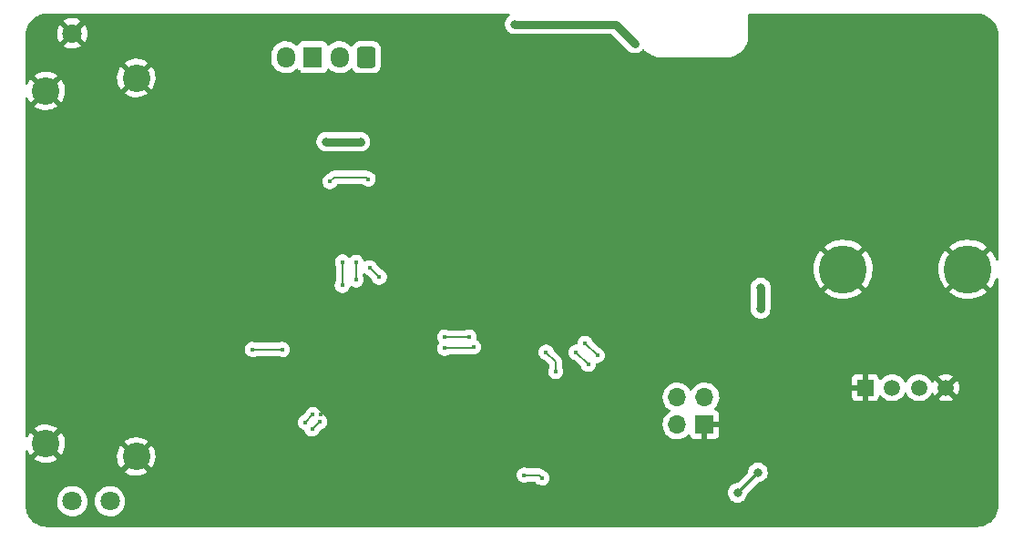
<source format=gbl>
G04 #@! TF.GenerationSoftware,KiCad,Pcbnew,(6.0.9)*
G04 #@! TF.CreationDate,2024-01-21T16:38:53-05:00*
G04 #@! TF.ProjectId,v1-USMX,76312d55-534d-4582-9e6b-696361645f70,rev?*
G04 #@! TF.SameCoordinates,Original*
G04 #@! TF.FileFunction,Copper,L2,Bot*
G04 #@! TF.FilePolarity,Positive*
%FSLAX46Y46*%
G04 Gerber Fmt 4.6, Leading zero omitted, Abs format (unit mm)*
G04 Created by KiCad (PCBNEW (6.0.9)) date 2024-01-21 16:38:53*
%MOMM*%
%LPD*%
G01*
G04 APERTURE LIST*
G04 Aperture macros list*
%AMRoundRect*
0 Rectangle with rounded corners*
0 $1 Rounding radius*
0 $2 $3 $4 $5 $6 $7 $8 $9 X,Y pos of 4 corners*
0 Add a 4 corners polygon primitive as box body*
4,1,4,$2,$3,$4,$5,$6,$7,$8,$9,$2,$3,0*
0 Add four circle primitives for the rounded corners*
1,1,$1+$1,$2,$3*
1,1,$1+$1,$4,$5*
1,1,$1+$1,$6,$7*
1,1,$1+$1,$8,$9*
0 Add four rect primitives between the rounded corners*
20,1,$1+$1,$2,$3,$4,$5,0*
20,1,$1+$1,$4,$5,$6,$7,0*
20,1,$1+$1,$6,$7,$8,$9,0*
20,1,$1+$1,$8,$9,$2,$3,0*%
G04 Aperture macros list end*
G04 #@! TA.AperFunction,ComponentPad*
%ADD10C,1.800000*%
G04 #@! TD*
G04 #@! TA.AperFunction,ComponentPad*
%ADD11C,2.550000*%
G04 #@! TD*
G04 #@! TA.AperFunction,ComponentPad*
%ADD12R,1.500000X1.500000*%
G04 #@! TD*
G04 #@! TA.AperFunction,ComponentPad*
%ADD13C,1.500000*%
G04 #@! TD*
G04 #@! TA.AperFunction,ComponentPad*
%ADD14C,4.455000*%
G04 #@! TD*
G04 #@! TA.AperFunction,ComponentPad*
%ADD15O,1.700000X1.700000*%
G04 #@! TD*
G04 #@! TA.AperFunction,ComponentPad*
%ADD16R,1.700000X1.700000*%
G04 #@! TD*
G04 #@! TA.AperFunction,ComponentPad*
%ADD17O,1.700000X1.950000*%
G04 #@! TD*
G04 #@! TA.AperFunction,ComponentPad*
%ADD18R,1.700000X1.950000*%
G04 #@! TD*
G04 #@! TA.AperFunction,ComponentPad*
%ADD19RoundRect,0.250000X0.600000X0.725000X-0.600000X0.725000X-0.600000X-0.725000X0.600000X-0.725000X0*%
G04 #@! TD*
G04 #@! TA.AperFunction,ViaPad*
%ADD20C,0.400000*%
G04 #@! TD*
G04 #@! TA.AperFunction,ViaPad*
%ADD21C,0.800000*%
G04 #@! TD*
G04 #@! TA.AperFunction,Conductor*
%ADD22C,0.300000*%
G04 #@! TD*
G04 #@! TA.AperFunction,Conductor*
%ADD23C,0.200000*%
G04 #@! TD*
G04 #@! TA.AperFunction,Conductor*
%ADD24C,0.800000*%
G04 #@! TD*
G04 APERTURE END LIST*
D10*
X103406000Y-126123000D03*
X106906000Y-126123000D03*
X103406000Y-82623000D03*
D11*
X100956000Y-120773000D03*
X100956000Y-87973000D03*
X109356000Y-121973000D03*
X109356000Y-86773000D03*
D12*
X177098000Y-115563000D03*
D13*
X179598000Y-115563000D03*
X182098000Y-115563000D03*
X184598000Y-115563000D03*
D14*
X175048000Y-104563000D03*
X186648000Y-104563000D03*
D15*
X162179000Y-116459000D03*
D16*
X162179000Y-118999000D03*
D15*
X159639000Y-116459000D03*
X159639000Y-118999000D03*
D17*
X123250000Y-84853000D03*
D18*
X125750000Y-84853000D03*
D17*
X128250000Y-84853000D03*
D19*
X130750000Y-84853000D03*
D20*
X174117000Y-124079000D03*
X143383000Y-86868000D03*
X145288000Y-109355500D03*
X145923000Y-110490000D03*
X140283163Y-110852477D03*
X140688200Y-111787800D03*
X141478000Y-114427000D03*
D21*
X143256000Y-112268000D03*
D20*
X151066853Y-111442853D03*
X150234496Y-112275210D03*
X156972000Y-117475000D03*
X140716000Y-108839000D03*
X137287000Y-111379000D03*
X142367000Y-115697000D03*
X138020498Y-111887000D03*
X138025293Y-110871000D03*
X152197518Y-112573517D03*
X151365161Y-113405875D03*
X126527700Y-118018700D03*
X126400700Y-118709300D03*
X125765700Y-118074300D03*
X125694300Y-119415700D03*
X125059300Y-118780700D03*
X123444000Y-120895500D03*
X180848000Y-116840000D03*
X148590000Y-122555000D03*
D21*
X167386000Y-108255500D03*
X167386000Y-106256500D03*
X144526000Y-81788000D03*
X127011000Y-92699000D03*
X155702000Y-83566000D03*
X130186000Y-92699000D03*
X150104000Y-92456000D03*
D20*
X131219800Y-117068600D03*
D21*
X142726000Y-127950000D03*
X119866000Y-125476000D03*
D20*
X121666000Y-86233000D03*
X120650000Y-102489000D03*
X131550000Y-100884000D03*
D21*
X114554000Y-83312000D03*
D20*
X126238000Y-95885000D03*
D21*
X119841000Y-97262000D03*
D20*
X137287000Y-121920000D03*
D21*
X147320000Y-92456000D03*
X119841000Y-94722000D03*
D20*
X132207000Y-86233000D03*
X132616800Y-117068600D03*
X122428000Y-103174800D03*
X122156000Y-100884000D03*
D21*
X140694000Y-125476000D03*
D20*
X156337000Y-123063500D03*
X188214000Y-127889000D03*
X123698000Y-99060000D03*
X122936000Y-113538000D03*
X123571000Y-106426000D03*
X140970000Y-122301000D03*
D21*
X152781000Y-98679000D03*
D20*
X124460000Y-100634800D03*
D21*
X162184000Y-100584000D03*
D20*
X157226000Y-108458000D03*
D21*
X165481000Y-87884000D03*
D20*
X133302600Y-117068600D03*
X130508600Y-118440200D03*
X131752200Y-103304200D03*
X163957000Y-125730000D03*
X142113000Y-120904000D03*
X108585000Y-126746000D03*
X131931000Y-118440200D03*
X144399000Y-107950000D03*
X125349000Y-103759000D03*
X118618000Y-92964000D03*
D21*
X133074000Y-94722000D03*
D20*
X134620000Y-104267000D03*
D21*
X136144000Y-97536000D03*
D20*
X129286000Y-86360000D03*
D21*
X152908000Y-92456000D03*
D20*
X131219800Y-119151400D03*
X122936000Y-109347000D03*
X119888000Y-110109000D03*
D21*
X133074000Y-97262000D03*
X165481000Y-88900000D03*
D20*
X134620000Y-106299000D03*
X124460000Y-86233000D03*
X119888000Y-108077000D03*
X132616800Y-116357400D03*
X132616800Y-118440200D03*
X131219800Y-118440200D03*
D21*
X152781000Y-100965000D03*
D20*
X119684800Y-101244400D03*
X148717000Y-117983000D03*
X137287000Y-123825000D03*
X143002000Y-123698000D03*
X133908800Y-100634800D03*
X100965000Y-127762000D03*
X129222700Y-101282700D03*
D21*
X115316000Y-124460000D03*
X148844000Y-86360000D03*
D20*
X131905600Y-117068600D03*
X133328000Y-118440200D03*
X148717000Y-100711000D03*
X132616800Y-117754400D03*
X131219800Y-116357400D03*
D21*
X145266000Y-127950000D03*
D20*
X130508600Y-117068600D03*
D21*
X179832000Y-83312000D03*
D20*
X131219800Y-117754400D03*
X141986000Y-118364000D03*
D21*
X154940000Y-84836000D03*
D20*
X183515000Y-123698000D03*
D21*
X152908000Y-109855000D03*
D20*
X132616800Y-119151400D03*
X137287000Y-109347000D03*
D21*
X152908000Y-107315000D03*
D20*
X156337000Y-124164500D03*
X120142000Y-112014000D03*
X147044000Y-123952000D03*
X145414918Y-123688418D03*
X122936000Y-112014000D03*
X131064000Y-104418002D03*
X131945505Y-105288808D03*
X127366500Y-96393000D03*
X130902750Y-96173250D03*
X128524000Y-103886000D03*
X128515000Y-106053008D03*
X129785000Y-103918502D03*
X129785000Y-105544508D03*
D21*
X165232470Y-125343530D03*
X167132000Y-123444000D03*
D20*
X147447000Y-112268000D03*
X148336000Y-114049594D03*
D22*
X167132000Y-123444000D02*
X165232470Y-125343530D01*
D23*
X140589000Y-111887000D02*
X138020498Y-111887000D01*
X140688200Y-111787800D02*
X140589000Y-111887000D01*
X138025293Y-110871000D02*
X140264640Y-110871000D01*
X140264640Y-110871000D02*
X140283163Y-110852477D01*
X126400700Y-118709300D02*
X125694300Y-119415700D01*
X125059300Y-118780700D02*
X125765700Y-118074300D01*
X152197518Y-112573517D02*
X151066853Y-111442853D01*
X150234496Y-112275210D02*
X151365161Y-113405875D01*
X148336000Y-113157000D02*
X147447000Y-112268000D01*
X148336000Y-114049594D02*
X148336000Y-113157000D01*
D24*
X167386000Y-108255500D02*
X167386000Y-106256500D01*
X153924000Y-81788000D02*
X155702000Y-83566000D01*
X130186000Y-92699000D02*
X127011000Y-92699000D01*
X144526000Y-81788000D02*
X153924000Y-81788000D01*
D23*
X122936000Y-112014000D02*
X120142000Y-112014000D01*
X146780418Y-123688418D02*
X147044000Y-123952000D01*
X145414918Y-123688418D02*
X146780418Y-123688418D01*
X131064000Y-104418002D02*
X131074699Y-104418002D01*
X131074699Y-104418002D02*
X131945505Y-105288808D01*
X130741500Y-96012000D02*
X130902750Y-96173250D01*
X127747500Y-96012000D02*
X130741500Y-96012000D01*
X127366500Y-96393000D02*
X127747500Y-96012000D01*
X128524000Y-103886000D02*
X128524000Y-105624004D01*
X128524000Y-105624004D02*
X128515000Y-105633004D01*
X128515000Y-105633004D02*
X128515000Y-106053008D01*
X129785000Y-103918502D02*
X129785000Y-105544508D01*
G04 #@! TA.AperFunction,Conductor*
G36*
X144058415Y-80792502D02*
G01*
X144104908Y-80846158D01*
X144115012Y-80916432D01*
X144085518Y-80981012D01*
X144064357Y-81000435D01*
X144035852Y-81021146D01*
X144024798Y-81028325D01*
X143989056Y-81048960D01*
X143984147Y-81053380D01*
X143984143Y-81053383D01*
X143958386Y-81076575D01*
X143948143Y-81084871D01*
X143914747Y-81109134D01*
X143910333Y-81114036D01*
X143910331Y-81114038D01*
X143887129Y-81139806D01*
X143877806Y-81149129D01*
X143852038Y-81172331D01*
X143847134Y-81176747D01*
X143822871Y-81210143D01*
X143814575Y-81220386D01*
X143791383Y-81246143D01*
X143791380Y-81246147D01*
X143786960Y-81251056D01*
X143766325Y-81286798D01*
X143759146Y-81297851D01*
X143738764Y-81325904D01*
X143738761Y-81325909D01*
X143734882Y-81331248D01*
X143732199Y-81337275D01*
X143732198Y-81337276D01*
X143718092Y-81368959D01*
X143712105Y-81380708D01*
X143691473Y-81416444D01*
X143689432Y-81422727D01*
X143689431Y-81422728D01*
X143678719Y-81455696D01*
X143673999Y-81467994D01*
X143657206Y-81505712D01*
X143655834Y-81512165D01*
X143655833Y-81512169D01*
X143648625Y-81546080D01*
X143645212Y-81558817D01*
X143634498Y-81591791D01*
X143634497Y-81591798D01*
X143632458Y-81598072D01*
X143631768Y-81604633D01*
X143631768Y-81604635D01*
X143628144Y-81639122D01*
X143626082Y-81652136D01*
X143617500Y-81692513D01*
X143617500Y-81733784D01*
X143616810Y-81746955D01*
X143612496Y-81788000D01*
X143613186Y-81794565D01*
X143616810Y-81829045D01*
X143617500Y-81842216D01*
X143617500Y-81883487D01*
X143626082Y-81923864D01*
X143628143Y-81936872D01*
X143632458Y-81977928D01*
X143634497Y-81984202D01*
X143634498Y-81984209D01*
X143645212Y-82017183D01*
X143648625Y-82029920D01*
X143657206Y-82070288D01*
X143673999Y-82108006D01*
X143678718Y-82120302D01*
X143691473Y-82159556D01*
X143694776Y-82165277D01*
X143712104Y-82195290D01*
X143718091Y-82207039D01*
X143734882Y-82244752D01*
X143738761Y-82250091D01*
X143738764Y-82250096D01*
X143759146Y-82278149D01*
X143766325Y-82289202D01*
X143786960Y-82324944D01*
X143791380Y-82329853D01*
X143791383Y-82329857D01*
X143814575Y-82355614D01*
X143822871Y-82365857D01*
X143847134Y-82399253D01*
X143852036Y-82403667D01*
X143852038Y-82403669D01*
X143877806Y-82426871D01*
X143887129Y-82436194D01*
X143910331Y-82461962D01*
X143914747Y-82466866D01*
X143948143Y-82491129D01*
X143958386Y-82499425D01*
X143984143Y-82522617D01*
X143984147Y-82522620D01*
X143989056Y-82527040D01*
X144024798Y-82547675D01*
X144035851Y-82554854D01*
X144063904Y-82575236D01*
X144063909Y-82575239D01*
X144069248Y-82579118D01*
X144075275Y-82581801D01*
X144075276Y-82581802D01*
X144106959Y-82595908D01*
X144118708Y-82601895D01*
X144154444Y-82622527D01*
X144160727Y-82624568D01*
X144160728Y-82624569D01*
X144193696Y-82635281D01*
X144205994Y-82640001D01*
X144243712Y-82656794D01*
X144250165Y-82658166D01*
X144250169Y-82658167D01*
X144284080Y-82665375D01*
X144296817Y-82668788D01*
X144329791Y-82679502D01*
X144329798Y-82679503D01*
X144336072Y-82681542D01*
X144342633Y-82682232D01*
X144342635Y-82682232D01*
X144356690Y-82683709D01*
X144377128Y-82685857D01*
X144390136Y-82687918D01*
X144430513Y-82696500D01*
X153495497Y-82696500D01*
X153563618Y-82716502D01*
X153584592Y-82733405D01*
X155040443Y-84189256D01*
X155044984Y-84194041D01*
X155090747Y-84244866D01*
X155096089Y-84248747D01*
X155096091Y-84248749D01*
X155146076Y-84285065D01*
X155151309Y-84289081D01*
X155199331Y-84327969D01*
X155199340Y-84327975D01*
X155204470Y-84332129D01*
X155210357Y-84335129D01*
X155210358Y-84335129D01*
X155217009Y-84338518D01*
X155233865Y-84348848D01*
X155245248Y-84357118D01*
X155307770Y-84384955D01*
X155313652Y-84387760D01*
X155374630Y-84418830D01*
X155388227Y-84422473D01*
X155406860Y-84429072D01*
X155419712Y-84434794D01*
X155426170Y-84436167D01*
X155426171Y-84436167D01*
X155486613Y-84449014D01*
X155493027Y-84450554D01*
X155552722Y-84466549D01*
X155552724Y-84466549D01*
X155559097Y-84468257D01*
X155573143Y-84468993D01*
X155592747Y-84471574D01*
X155606513Y-84474500D01*
X155674926Y-84474500D01*
X155681520Y-84474673D01*
X155743218Y-84477907D01*
X155743223Y-84477907D01*
X155749810Y-84478252D01*
X155756326Y-84477220D01*
X155756327Y-84477220D01*
X155763707Y-84476051D01*
X155783417Y-84474500D01*
X155797487Y-84474500D01*
X155864400Y-84460277D01*
X155870854Y-84459081D01*
X155931913Y-84449411D01*
X155931917Y-84449410D01*
X155938433Y-84448378D01*
X155951574Y-84443334D01*
X155970523Y-84437720D01*
X155984288Y-84434794D01*
X156046772Y-84406974D01*
X156052863Y-84404452D01*
X156110555Y-84382306D01*
X156110557Y-84382305D01*
X156116723Y-84379938D01*
X156128531Y-84372270D01*
X156145894Y-84362843D01*
X156158752Y-84357118D01*
X156214087Y-84316915D01*
X156219522Y-84313180D01*
X156271347Y-84279524D01*
X156271349Y-84279523D01*
X156276887Y-84275926D01*
X156286832Y-84265981D01*
X156301865Y-84253140D01*
X156307913Y-84248746D01*
X156307914Y-84248745D01*
X156313253Y-84244866D01*
X156359016Y-84194041D01*
X156363557Y-84189256D01*
X156408503Y-84144310D01*
X156470815Y-84110284D01*
X156541630Y-84115349D01*
X156592328Y-84150326D01*
X156674722Y-84244278D01*
X156875038Y-84419950D01*
X157096570Y-84567973D01*
X157335527Y-84685814D01*
X157447902Y-84723960D01*
X157583912Y-84770130D01*
X157583916Y-84770131D01*
X157587822Y-84771457D01*
X157591866Y-84772261D01*
X157591872Y-84772263D01*
X157845093Y-84822631D01*
X157845096Y-84822631D01*
X157849136Y-84823435D01*
X157853247Y-84823704D01*
X157853251Y-84823705D01*
X157955490Y-84830406D01*
X158081110Y-84838640D01*
X158093767Y-84840116D01*
X158102448Y-84841576D01*
X158108724Y-84841653D01*
X158110140Y-84841670D01*
X158110143Y-84841670D01*
X158115000Y-84841729D01*
X158142624Y-84837773D01*
X158160486Y-84836500D01*
X164157750Y-84836500D01*
X164178655Y-84838246D01*
X164193656Y-84840770D01*
X164193659Y-84840770D01*
X164198448Y-84841576D01*
X164204398Y-84841649D01*
X164206130Y-84841670D01*
X164206135Y-84841670D01*
X164211000Y-84841729D01*
X164215817Y-84841039D01*
X164215832Y-84841038D01*
X164217394Y-84840814D01*
X164227016Y-84839811D01*
X164472749Y-84823705D01*
X164472753Y-84823704D01*
X164476864Y-84823435D01*
X164480904Y-84822631D01*
X164480907Y-84822631D01*
X164734128Y-84772263D01*
X164734134Y-84772261D01*
X164738178Y-84771457D01*
X164742084Y-84770131D01*
X164742088Y-84770130D01*
X164986573Y-84687138D01*
X164986575Y-84687137D01*
X164990473Y-84685814D01*
X164994168Y-84683992D01*
X165225727Y-84569800D01*
X165225732Y-84569797D01*
X165229431Y-84567973D01*
X165450962Y-84419950D01*
X165651278Y-84244278D01*
X165826950Y-84043962D01*
X165974973Y-83822431D01*
X165977283Y-83817748D01*
X166090992Y-83587168D01*
X166090993Y-83587166D01*
X166092814Y-83583473D01*
X166096562Y-83572432D01*
X166177130Y-83335088D01*
X166177131Y-83335084D01*
X166178457Y-83331178D01*
X166182322Y-83311750D01*
X166229631Y-83073907D01*
X166229631Y-83073904D01*
X166230435Y-83069864D01*
X166245640Y-82837890D01*
X166247116Y-82825229D01*
X166247769Y-82821346D01*
X166248576Y-82816552D01*
X166248729Y-82804000D01*
X166244773Y-82776376D01*
X166243500Y-82758514D01*
X166243500Y-80898500D01*
X166263502Y-80830379D01*
X166317158Y-80783886D01*
X166369500Y-80772500D01*
X187402633Y-80772500D01*
X187422018Y-80774000D01*
X187436851Y-80776310D01*
X187436855Y-80776310D01*
X187445724Y-80777691D01*
X187454626Y-80776527D01*
X187454629Y-80776527D01*
X187462012Y-80775561D01*
X187486591Y-80774767D01*
X187513427Y-80776526D01*
X187708922Y-80789340D01*
X187725262Y-80791491D01*
X187847478Y-80815801D01*
X187969696Y-80840112D01*
X187985606Y-80844375D01*
X188221597Y-80924483D01*
X188221600Y-80924484D01*
X188236826Y-80930791D01*
X188460342Y-81041016D01*
X188474616Y-81049257D01*
X188681829Y-81187713D01*
X188694905Y-81197746D01*
X188882278Y-81362068D01*
X188893932Y-81373722D01*
X189058254Y-81561095D01*
X189068287Y-81574171D01*
X189206743Y-81781384D01*
X189214984Y-81795658D01*
X189325209Y-82019174D01*
X189331515Y-82034398D01*
X189411623Y-82270387D01*
X189415888Y-82286304D01*
X189429211Y-82353280D01*
X189464509Y-82530738D01*
X189466660Y-82547078D01*
X189480763Y-82762236D01*
X189479733Y-82785350D01*
X189479690Y-82788854D01*
X189478309Y-82797724D01*
X189479473Y-82806626D01*
X189479473Y-82806628D01*
X189482436Y-82829283D01*
X189483500Y-82845621D01*
X189483500Y-103639329D01*
X189463498Y-103707450D01*
X189409842Y-103753943D01*
X189339568Y-103764047D01*
X189274988Y-103734553D01*
X189237167Y-103676693D01*
X189212706Y-103597917D01*
X189210034Y-103590844D01*
X189078196Y-103296806D01*
X189074679Y-103290079D01*
X188908476Y-103014017D01*
X188904186Y-103007773D01*
X188765584Y-102830053D01*
X188753792Y-102821584D01*
X188742079Y-102828131D01*
X187020022Y-104550188D01*
X187012408Y-104564132D01*
X187012539Y-104565965D01*
X187016790Y-104572580D01*
X188740832Y-106296622D01*
X188753955Y-106303788D01*
X188764257Y-106296398D01*
X188871124Y-106165132D01*
X188875537Y-106158991D01*
X189047495Y-105886453D01*
X189051142Y-105879818D01*
X189189110Y-105588603D01*
X189191935Y-105581576D01*
X189237976Y-105443575D01*
X189278509Y-105385286D01*
X189344121Y-105358163D01*
X189413980Y-105370819D01*
X189465908Y-105419235D01*
X189483500Y-105483451D01*
X189483500Y-126442633D01*
X189482000Y-126462018D01*
X189479690Y-126476851D01*
X189479690Y-126476855D01*
X189478309Y-126485724D01*
X189479473Y-126494626D01*
X189479473Y-126494629D01*
X189480439Y-126502012D01*
X189481233Y-126526591D01*
X189466660Y-126748922D01*
X189464509Y-126765262D01*
X189427103Y-126953318D01*
X189415889Y-127009693D01*
X189411625Y-127025606D01*
X189352817Y-127198850D01*
X189331516Y-127261600D01*
X189325209Y-127276826D01*
X189214984Y-127500342D01*
X189206743Y-127514616D01*
X189068287Y-127721829D01*
X189058254Y-127734905D01*
X188893932Y-127922278D01*
X188882278Y-127933932D01*
X188694905Y-128098254D01*
X188681829Y-128108287D01*
X188474616Y-128246743D01*
X188460342Y-128254984D01*
X188236826Y-128365209D01*
X188221602Y-128371515D01*
X187985606Y-128451625D01*
X187969696Y-128455888D01*
X187847478Y-128480199D01*
X187725262Y-128504509D01*
X187708922Y-128506660D01*
X187560134Y-128516413D01*
X187493763Y-128520763D01*
X187470650Y-128519733D01*
X187467146Y-128519690D01*
X187458276Y-128518309D01*
X187449374Y-128519473D01*
X187449371Y-128519473D01*
X187426723Y-128522435D01*
X187410386Y-128523499D01*
X148011974Y-128523499D01*
X101141366Y-128523500D01*
X101121981Y-128522000D01*
X101107148Y-128519690D01*
X101107144Y-128519690D01*
X101098275Y-128518309D01*
X101089373Y-128519473D01*
X101089370Y-128519473D01*
X101081987Y-128520439D01*
X101057408Y-128521233D01*
X101012798Y-128518309D01*
X100835077Y-128506660D01*
X100818737Y-128504509D01*
X100696521Y-128480199D01*
X100574303Y-128455888D01*
X100558393Y-128451625D01*
X100322401Y-128371516D01*
X100307175Y-128365210D01*
X100083654Y-128254981D01*
X100069381Y-128246740D01*
X99862170Y-128108287D01*
X99849094Y-128098254D01*
X99661721Y-127933932D01*
X99650067Y-127922278D01*
X99485745Y-127734905D01*
X99475712Y-127721829D01*
X99350353Y-127534216D01*
X99337255Y-127514613D01*
X99329016Y-127500343D01*
X99318178Y-127478364D01*
X99218791Y-127276826D01*
X99212484Y-127261600D01*
X99191183Y-127198850D01*
X99132375Y-127025606D01*
X99128111Y-127009693D01*
X99116898Y-126953318D01*
X99079491Y-126765262D01*
X99077340Y-126748922D01*
X99063237Y-126533764D01*
X99064267Y-126510650D01*
X99064310Y-126507146D01*
X99065691Y-126498276D01*
X99061564Y-126466714D01*
X99060500Y-126450379D01*
X99060500Y-126088469D01*
X101993095Y-126088469D01*
X101993392Y-126093622D01*
X101993392Y-126093625D01*
X101999067Y-126192041D01*
X102006427Y-126319697D01*
X102007564Y-126324743D01*
X102007565Y-126324749D01*
X102036330Y-126452386D01*
X102057346Y-126545642D01*
X102059288Y-126550424D01*
X102059289Y-126550428D01*
X102139889Y-126748922D01*
X102144484Y-126760237D01*
X102265501Y-126957719D01*
X102417147Y-127132784D01*
X102595349Y-127280730D01*
X102795322Y-127397584D01*
X103011694Y-127480209D01*
X103016760Y-127481240D01*
X103016761Y-127481240D01*
X103069846Y-127492040D01*
X103238656Y-127526385D01*
X103369324Y-127531176D01*
X103464949Y-127534683D01*
X103464953Y-127534683D01*
X103470113Y-127534872D01*
X103475233Y-127534216D01*
X103475235Y-127534216D01*
X103548270Y-127524860D01*
X103699847Y-127505442D01*
X103704795Y-127503957D01*
X103704802Y-127503956D01*
X103916747Y-127440369D01*
X103921690Y-127438886D01*
X104002236Y-127399427D01*
X104125049Y-127339262D01*
X104125052Y-127339260D01*
X104129684Y-127336991D01*
X104318243Y-127202494D01*
X104482303Y-127039005D01*
X104491926Y-127025614D01*
X104543875Y-126953318D01*
X104617458Y-126850917D01*
X104663794Y-126757164D01*
X104717784Y-126647922D01*
X104717785Y-126647920D01*
X104720078Y-126643280D01*
X104787408Y-126421671D01*
X104817640Y-126192041D01*
X104818977Y-126137333D01*
X104819245Y-126126365D01*
X104819245Y-126126361D01*
X104819327Y-126123000D01*
X104816488Y-126088469D01*
X105493095Y-126088469D01*
X105493392Y-126093622D01*
X105493392Y-126093625D01*
X105499067Y-126192041D01*
X105506427Y-126319697D01*
X105507564Y-126324743D01*
X105507565Y-126324749D01*
X105536330Y-126452386D01*
X105557346Y-126545642D01*
X105559288Y-126550424D01*
X105559289Y-126550428D01*
X105639889Y-126748922D01*
X105644484Y-126760237D01*
X105765501Y-126957719D01*
X105917147Y-127132784D01*
X106095349Y-127280730D01*
X106295322Y-127397584D01*
X106511694Y-127480209D01*
X106516760Y-127481240D01*
X106516761Y-127481240D01*
X106569846Y-127492040D01*
X106738656Y-127526385D01*
X106869324Y-127531176D01*
X106964949Y-127534683D01*
X106964953Y-127534683D01*
X106970113Y-127534872D01*
X106975233Y-127534216D01*
X106975235Y-127534216D01*
X107048270Y-127524860D01*
X107199847Y-127505442D01*
X107204795Y-127503957D01*
X107204802Y-127503956D01*
X107416747Y-127440369D01*
X107421690Y-127438886D01*
X107502236Y-127399427D01*
X107625049Y-127339262D01*
X107625052Y-127339260D01*
X107629684Y-127336991D01*
X107818243Y-127202494D01*
X107982303Y-127039005D01*
X107991926Y-127025614D01*
X108043875Y-126953318D01*
X108117458Y-126850917D01*
X108163794Y-126757164D01*
X108217784Y-126647922D01*
X108217785Y-126647920D01*
X108220078Y-126643280D01*
X108287408Y-126421671D01*
X108317640Y-126192041D01*
X108318977Y-126137333D01*
X108319245Y-126126365D01*
X108319245Y-126126361D01*
X108319327Y-126123000D01*
X108310652Y-126017485D01*
X108300773Y-125897318D01*
X108300772Y-125897312D01*
X108300349Y-125892167D01*
X108257307Y-125720809D01*
X108245184Y-125672544D01*
X108245183Y-125672540D01*
X108243925Y-125667533D01*
X108241866Y-125662797D01*
X108153630Y-125459868D01*
X108153628Y-125459865D01*
X108151570Y-125455131D01*
X108079372Y-125343530D01*
X164318966Y-125343530D01*
X164319656Y-125350095D01*
X164330696Y-125455131D01*
X164338928Y-125533458D01*
X164397943Y-125715086D01*
X164493430Y-125880474D01*
X164621217Y-126022396D01*
X164705093Y-126083336D01*
X164755070Y-126119646D01*
X164775718Y-126134648D01*
X164781746Y-126137332D01*
X164781748Y-126137333D01*
X164944151Y-126209639D01*
X164950182Y-126212324D01*
X165043583Y-126232177D01*
X165130526Y-126250658D01*
X165130531Y-126250658D01*
X165136983Y-126252030D01*
X165327957Y-126252030D01*
X165334409Y-126250658D01*
X165334414Y-126250658D01*
X165421357Y-126232177D01*
X165514758Y-126212324D01*
X165520789Y-126209639D01*
X165683192Y-126137333D01*
X165683194Y-126137332D01*
X165689222Y-126134648D01*
X165709871Y-126119646D01*
X165759847Y-126083336D01*
X165843723Y-126022396D01*
X165971510Y-125880474D01*
X166066997Y-125715086D01*
X166126012Y-125533458D01*
X166139225Y-125407743D01*
X166166238Y-125342088D01*
X166175440Y-125331820D01*
X167117855Y-124389405D01*
X167180167Y-124355379D01*
X167206950Y-124352500D01*
X167227487Y-124352500D01*
X167233939Y-124351128D01*
X167233944Y-124351128D01*
X167320887Y-124332647D01*
X167414288Y-124312794D01*
X167420319Y-124310109D01*
X167582722Y-124237803D01*
X167582724Y-124237802D01*
X167588752Y-124235118D01*
X167743253Y-124122866D01*
X167842687Y-124012433D01*
X167866621Y-123985852D01*
X167866622Y-123985851D01*
X167871040Y-123980944D01*
X167941718Y-123858526D01*
X167963223Y-123821279D01*
X167963224Y-123821278D01*
X167966527Y-123815556D01*
X168025542Y-123633928D01*
X168027523Y-123615086D01*
X168044814Y-123450565D01*
X168045504Y-123444000D01*
X168025542Y-123254072D01*
X167966527Y-123072444D01*
X167871040Y-122907056D01*
X167743253Y-122765134D01*
X167588752Y-122652882D01*
X167582724Y-122650198D01*
X167582722Y-122650197D01*
X167420319Y-122577891D01*
X167420318Y-122577891D01*
X167414288Y-122575206D01*
X167294241Y-122549689D01*
X167233944Y-122536872D01*
X167233939Y-122536872D01*
X167227487Y-122535500D01*
X167036513Y-122535500D01*
X167030061Y-122536872D01*
X167030056Y-122536872D01*
X166969759Y-122549689D01*
X166849712Y-122575206D01*
X166843682Y-122577891D01*
X166843681Y-122577891D01*
X166681278Y-122650197D01*
X166681276Y-122650198D01*
X166675248Y-122652882D01*
X166520747Y-122765134D01*
X166392960Y-122907056D01*
X166297473Y-123072444D01*
X166295431Y-123078729D01*
X166252500Y-123210857D01*
X166238458Y-123254072D01*
X166227074Y-123362388D01*
X166225245Y-123379786D01*
X166198232Y-123445442D01*
X166189030Y-123455710D01*
X165246615Y-124398125D01*
X165184303Y-124432151D01*
X165157520Y-124435030D01*
X165136983Y-124435030D01*
X165130531Y-124436402D01*
X165130526Y-124436402D01*
X165043582Y-124454883D01*
X164950182Y-124474736D01*
X164944152Y-124477421D01*
X164944151Y-124477421D01*
X164781748Y-124549727D01*
X164781746Y-124549728D01*
X164775718Y-124552412D01*
X164621217Y-124664664D01*
X164493430Y-124806586D01*
X164397943Y-124971974D01*
X164338928Y-125153602D01*
X164338238Y-125160163D01*
X164338238Y-125160165D01*
X164327675Y-125260665D01*
X164318966Y-125343530D01*
X108079372Y-125343530D01*
X108025764Y-125260665D01*
X107869887Y-125089358D01*
X107865836Y-125086159D01*
X107865832Y-125086155D01*
X107692177Y-124949011D01*
X107692172Y-124949008D01*
X107688123Y-124945810D01*
X107683607Y-124943317D01*
X107683604Y-124943315D01*
X107489879Y-124836373D01*
X107489875Y-124836371D01*
X107485355Y-124833876D01*
X107480486Y-124832152D01*
X107480482Y-124832150D01*
X107271903Y-124758288D01*
X107271899Y-124758287D01*
X107267028Y-124756562D01*
X107261935Y-124755655D01*
X107261932Y-124755654D01*
X107044095Y-124716851D01*
X107044089Y-124716850D01*
X107039006Y-124715945D01*
X106966096Y-124715054D01*
X106812581Y-124713179D01*
X106812579Y-124713179D01*
X106807411Y-124713116D01*
X106578464Y-124748150D01*
X106358314Y-124820106D01*
X106353726Y-124822494D01*
X106353722Y-124822496D01*
X106327065Y-124836373D01*
X106152872Y-124927052D01*
X106148739Y-124930155D01*
X106148736Y-124930157D01*
X105971790Y-125063012D01*
X105967655Y-125066117D01*
X105807639Y-125233564D01*
X105804725Y-125237836D01*
X105804724Y-125237837D01*
X105789152Y-125260665D01*
X105677119Y-125424899D01*
X105579602Y-125634981D01*
X105517707Y-125858169D01*
X105493095Y-126088469D01*
X104816488Y-126088469D01*
X104810652Y-126017485D01*
X104800773Y-125897318D01*
X104800772Y-125897312D01*
X104800349Y-125892167D01*
X104757307Y-125720809D01*
X104745184Y-125672544D01*
X104745183Y-125672540D01*
X104743925Y-125667533D01*
X104741866Y-125662797D01*
X104653630Y-125459868D01*
X104653628Y-125459865D01*
X104651570Y-125455131D01*
X104525764Y-125260665D01*
X104369887Y-125089358D01*
X104365836Y-125086159D01*
X104365832Y-125086155D01*
X104192177Y-124949011D01*
X104192172Y-124949008D01*
X104188123Y-124945810D01*
X104183607Y-124943317D01*
X104183604Y-124943315D01*
X103989879Y-124836373D01*
X103989875Y-124836371D01*
X103985355Y-124833876D01*
X103980486Y-124832152D01*
X103980482Y-124832150D01*
X103771903Y-124758288D01*
X103771899Y-124758287D01*
X103767028Y-124756562D01*
X103761935Y-124755655D01*
X103761932Y-124755654D01*
X103544095Y-124716851D01*
X103544089Y-124716850D01*
X103539006Y-124715945D01*
X103466096Y-124715054D01*
X103312581Y-124713179D01*
X103312579Y-124713179D01*
X103307411Y-124713116D01*
X103078464Y-124748150D01*
X102858314Y-124820106D01*
X102853726Y-124822494D01*
X102853722Y-124822496D01*
X102827065Y-124836373D01*
X102652872Y-124927052D01*
X102648739Y-124930155D01*
X102648736Y-124930157D01*
X102471790Y-125063012D01*
X102467655Y-125066117D01*
X102307639Y-125233564D01*
X102304725Y-125237836D01*
X102304724Y-125237837D01*
X102289152Y-125260665D01*
X102177119Y-125424899D01*
X102079602Y-125634981D01*
X102017707Y-125858169D01*
X101993095Y-126088469D01*
X99060500Y-126088469D01*
X99060500Y-123400020D01*
X108293725Y-123400020D01*
X108302438Y-123411540D01*
X108404737Y-123486548D01*
X108412636Y-123491484D01*
X108638902Y-123610528D01*
X108647451Y-123614245D01*
X108888816Y-123698533D01*
X108897825Y-123700947D01*
X109149004Y-123748635D01*
X109158261Y-123749689D01*
X109413732Y-123759728D01*
X109423046Y-123759402D01*
X109677184Y-123731570D01*
X109686361Y-123729869D01*
X109872190Y-123680944D01*
X144701253Y-123680944D01*
X144706842Y-123731570D01*
X144716115Y-123815556D01*
X144720071Y-123851393D01*
X144779003Y-124012433D01*
X144874648Y-124154767D01*
X144880264Y-124159877D01*
X144962953Y-124235118D01*
X145001483Y-124270178D01*
X145152186Y-124352003D01*
X145318057Y-124395519D01*
X145405504Y-124396892D01*
X145481921Y-124398093D01*
X145481924Y-124398093D01*
X145489520Y-124398212D01*
X145496924Y-124396516D01*
X145496926Y-124396516D01*
X145559764Y-124382124D01*
X145656677Y-124359928D01*
X145755247Y-124310353D01*
X145811860Y-124296918D01*
X146354995Y-124296918D01*
X146423116Y-124316920D01*
X146459575Y-124352640D01*
X146503730Y-124418349D01*
X146630565Y-124533760D01*
X146781268Y-124615585D01*
X146947139Y-124659101D01*
X147034586Y-124660474D01*
X147111003Y-124661675D01*
X147111006Y-124661675D01*
X147118602Y-124661794D01*
X147126006Y-124660098D01*
X147126008Y-124660098D01*
X147188846Y-124645706D01*
X147285759Y-124623510D01*
X147438958Y-124546459D01*
X147444729Y-124541530D01*
X147444732Y-124541528D01*
X147563578Y-124440023D01*
X147569355Y-124435089D01*
X147658988Y-124310353D01*
X147664992Y-124301998D01*
X147664993Y-124301997D01*
X147669424Y-124295830D01*
X147733385Y-124136720D01*
X147750176Y-124018742D01*
X147756966Y-123971031D01*
X147756966Y-123971027D01*
X147757547Y-123966947D01*
X147757704Y-123952000D01*
X147745529Y-123851393D01*
X147738015Y-123789299D01*
X147738014Y-123789296D01*
X147737102Y-123781758D01*
X147728655Y-123759402D01*
X147679171Y-123628447D01*
X147676487Y-123621344D01*
X147631930Y-123556513D01*
X147583659Y-123486278D01*
X147583658Y-123486276D01*
X147579357Y-123480019D01*
X147573686Y-123474966D01*
X147456993Y-123370996D01*
X147456990Y-123370994D01*
X147451321Y-123365943D01*
X147299769Y-123285700D01*
X147292407Y-123283851D01*
X147292405Y-123283850D01*
X147258748Y-123275396D01*
X147212744Y-123253156D01*
X147182493Y-123229944D01*
X147182490Y-123229941D01*
X147182483Y-123229935D01*
X147182478Y-123229931D01*
X147093847Y-123161922D01*
X147093845Y-123161921D01*
X147087294Y-123156894D01*
X146939269Y-123095580D01*
X146931082Y-123094502D01*
X146931081Y-123094502D01*
X146919876Y-123093027D01*
X146888680Y-123088920D01*
X146820303Y-123079918D01*
X146820300Y-123079918D01*
X146820292Y-123079917D01*
X146788607Y-123075746D01*
X146780418Y-123074668D01*
X146748725Y-123078840D01*
X146732282Y-123079918D01*
X145811150Y-123079918D01*
X145752194Y-123065274D01*
X145670687Y-123022118D01*
X145653114Y-123017704D01*
X145511740Y-122982193D01*
X145511736Y-122982193D01*
X145504369Y-122980342D01*
X145496770Y-122980302D01*
X145496768Y-122980302D01*
X145425312Y-122979928D01*
X145332887Y-122979444D01*
X145325507Y-122981216D01*
X145325505Y-122981216D01*
X145173520Y-123017704D01*
X145173516Y-123017705D01*
X145166141Y-123019476D01*
X145013757Y-123098127D01*
X144884533Y-123210857D01*
X144785928Y-123351157D01*
X144762386Y-123411540D01*
X144731217Y-123491484D01*
X144723636Y-123510927D01*
X144722644Y-123518460D01*
X144722644Y-123518461D01*
X144707443Y-123633928D01*
X144701253Y-123680944D01*
X109872190Y-123680944D01*
X109933593Y-123664778D01*
X109942413Y-123661741D01*
X110177313Y-123560820D01*
X110185585Y-123556513D01*
X110402982Y-123421984D01*
X110410529Y-123416500D01*
X110412820Y-123414561D01*
X110421257Y-123401758D01*
X110415193Y-123391403D01*
X109368812Y-122345022D01*
X109354868Y-122337408D01*
X109353035Y-122337539D01*
X109346420Y-122341790D01*
X108300383Y-123387827D01*
X108293725Y-123400020D01*
X99060500Y-123400020D01*
X99060500Y-122200020D01*
X99893725Y-122200020D01*
X99902438Y-122211540D01*
X100004737Y-122286548D01*
X100012636Y-122291484D01*
X100238902Y-122410528D01*
X100247451Y-122414245D01*
X100488816Y-122498533D01*
X100497825Y-122500947D01*
X100749004Y-122548635D01*
X100758261Y-122549689D01*
X101013732Y-122559728D01*
X101023046Y-122559402D01*
X101277184Y-122531570D01*
X101286361Y-122529869D01*
X101533593Y-122464778D01*
X101542413Y-122461741D01*
X101777313Y-122360820D01*
X101785585Y-122356513D01*
X102002982Y-122221984D01*
X102010529Y-122216500D01*
X102012820Y-122214561D01*
X102021257Y-122201758D01*
X102015193Y-122191403D01*
X101754658Y-121930868D01*
X107568837Y-121930868D01*
X107581103Y-122186232D01*
X107582239Y-122195487D01*
X107632117Y-122446237D01*
X107634609Y-122455223D01*
X107721000Y-122695841D01*
X107724797Y-122704369D01*
X107845802Y-122929572D01*
X107850813Y-122937438D01*
X107917583Y-123026853D01*
X107928841Y-123035302D01*
X107941260Y-123028530D01*
X108983978Y-121985812D01*
X108990356Y-121974132D01*
X109720408Y-121974132D01*
X109720539Y-121975965D01*
X109724790Y-121982580D01*
X110774004Y-123031794D01*
X110786384Y-123038554D01*
X110794725Y-123032310D01*
X110924800Y-122830086D01*
X110929243Y-122821902D01*
X111034249Y-122588796D01*
X111037439Y-122580031D01*
X111106835Y-122333974D01*
X111108695Y-122324832D01*
X111141152Y-122069707D01*
X111141633Y-122063420D01*
X111143917Y-121976160D01*
X111143766Y-121969851D01*
X111124706Y-121713369D01*
X111123329Y-121704163D01*
X111066904Y-121454796D01*
X111064180Y-121445885D01*
X110971515Y-121207600D01*
X110967504Y-121199190D01*
X110840638Y-120977221D01*
X110835427Y-120969495D01*
X110795194Y-120918460D01*
X110783268Y-120909988D01*
X110771736Y-120916474D01*
X109728022Y-121960188D01*
X109720408Y-121974132D01*
X108990356Y-121974132D01*
X108991592Y-121971868D01*
X108991461Y-121970035D01*
X108987210Y-121963420D01*
X107939568Y-120915778D01*
X107926259Y-120908511D01*
X107916224Y-120915630D01*
X107903347Y-120931113D01*
X107897936Y-120938699D01*
X107765308Y-121157264D01*
X107761070Y-121165581D01*
X107662206Y-121401344D01*
X107659245Y-121410194D01*
X107596317Y-121657978D01*
X107594695Y-121667175D01*
X107569082Y-121921542D01*
X107568837Y-121930868D01*
X101754658Y-121930868D01*
X100968812Y-121145022D01*
X100954868Y-121137408D01*
X100953035Y-121137539D01*
X100946420Y-121141790D01*
X99900383Y-122187827D01*
X99893725Y-122200020D01*
X99060500Y-122200020D01*
X99060500Y-121494101D01*
X99080502Y-121425980D01*
X99134158Y-121379487D01*
X99204432Y-121369383D01*
X99269012Y-121398877D01*
X99305088Y-121451523D01*
X99321000Y-121495841D01*
X99324797Y-121504369D01*
X99445802Y-121729572D01*
X99450813Y-121737438D01*
X99517583Y-121826853D01*
X99528841Y-121835302D01*
X99541260Y-121828530D01*
X100583978Y-120785812D01*
X100590356Y-120774132D01*
X101320408Y-120774132D01*
X101320539Y-120775965D01*
X101324790Y-120782580D01*
X102374004Y-121831794D01*
X102386384Y-121838554D01*
X102394725Y-121832310D01*
X102524800Y-121630086D01*
X102529243Y-121621902D01*
X102634249Y-121388796D01*
X102637439Y-121380031D01*
X102706835Y-121133974D01*
X102708695Y-121124832D01*
X102741152Y-120869707D01*
X102741633Y-120863420D01*
X102743917Y-120776160D01*
X102743766Y-120769851D01*
X102726963Y-120543746D01*
X108291159Y-120543746D01*
X108295732Y-120553522D01*
X109343188Y-121600978D01*
X109357132Y-121608592D01*
X109358965Y-121608461D01*
X109365580Y-121604210D01*
X110412384Y-120557406D01*
X110418768Y-120545716D01*
X110409357Y-120533606D01*
X110267315Y-120435068D01*
X110259288Y-120430340D01*
X110029985Y-120317260D01*
X110021352Y-120313772D01*
X109777851Y-120235828D01*
X109768790Y-120233652D01*
X109516445Y-120192555D01*
X109507158Y-120191743D01*
X109251522Y-120188396D01*
X109242211Y-120188966D01*
X108988885Y-120223442D01*
X108979766Y-120225380D01*
X108734328Y-120296919D01*
X108725575Y-120300191D01*
X108493406Y-120407223D01*
X108485251Y-120411743D01*
X108300297Y-120533004D01*
X108291159Y-120543746D01*
X102726963Y-120543746D01*
X102724706Y-120513369D01*
X102723329Y-120504163D01*
X102666904Y-120254796D01*
X102664180Y-120245885D01*
X102571515Y-120007600D01*
X102567504Y-119999190D01*
X102440638Y-119777221D01*
X102435427Y-119769495D01*
X102395194Y-119718460D01*
X102383268Y-119709988D01*
X102371736Y-119716474D01*
X101328022Y-120760188D01*
X101320408Y-120774132D01*
X100590356Y-120774132D01*
X100591592Y-120771868D01*
X100591461Y-120770035D01*
X100587210Y-120763420D01*
X99539568Y-119715778D01*
X99526259Y-119708511D01*
X99516224Y-119715630D01*
X99503347Y-119731113D01*
X99497936Y-119738699D01*
X99365308Y-119957264D01*
X99361070Y-119965581D01*
X99302697Y-120104785D01*
X99257908Y-120159871D01*
X99190448Y-120181997D01*
X99121734Y-120164139D01*
X99073583Y-120111967D01*
X99060500Y-120056059D01*
X99060500Y-119343746D01*
X99891159Y-119343746D01*
X99895732Y-119353522D01*
X100943188Y-120400978D01*
X100957132Y-120408592D01*
X100958965Y-120408461D01*
X100965580Y-120404210D01*
X102012384Y-119357406D01*
X102018768Y-119345716D01*
X102009357Y-119333606D01*
X101867315Y-119235068D01*
X101859288Y-119230340D01*
X101629985Y-119117260D01*
X101621352Y-119113772D01*
X101377851Y-119035828D01*
X101368790Y-119033652D01*
X101116445Y-118992555D01*
X101107158Y-118991743D01*
X100851522Y-118988396D01*
X100842211Y-118988966D01*
X100588885Y-119023442D01*
X100579766Y-119025380D01*
X100334328Y-119096919D01*
X100325575Y-119100191D01*
X100093406Y-119207223D01*
X100085251Y-119211743D01*
X99900297Y-119333004D01*
X99891159Y-119343746D01*
X99060500Y-119343746D01*
X99060500Y-118773226D01*
X124345635Y-118773226D01*
X124346469Y-118780776D01*
X124359749Y-118901064D01*
X124364453Y-118943675D01*
X124367062Y-118950806D01*
X124367063Y-118950808D01*
X124372511Y-118965695D01*
X124423385Y-119104715D01*
X124427622Y-119111021D01*
X124427624Y-119111024D01*
X124471921Y-119176944D01*
X124519030Y-119247049D01*
X124528731Y-119255876D01*
X124627464Y-119345716D01*
X124645865Y-119362460D01*
X124796568Y-119444285D01*
X124906792Y-119473202D01*
X124967607Y-119509836D01*
X124997489Y-119566305D01*
X124998619Y-119571124D01*
X124999453Y-119578675D01*
X125058385Y-119739715D01*
X125154030Y-119882049D01*
X125208852Y-119931933D01*
X125257545Y-119976240D01*
X125280865Y-119997460D01*
X125431568Y-120079285D01*
X125597439Y-120122801D01*
X125684886Y-120124174D01*
X125761303Y-120125375D01*
X125761306Y-120125375D01*
X125768902Y-120125494D01*
X125776306Y-120123798D01*
X125776308Y-120123798D01*
X125859322Y-120104785D01*
X125936059Y-120087210D01*
X126089258Y-120010159D01*
X126095029Y-120005230D01*
X126095032Y-120005228D01*
X126213878Y-119903723D01*
X126219655Y-119898789D01*
X126307012Y-119777221D01*
X126315292Y-119765698D01*
X126315293Y-119765697D01*
X126319724Y-119759530D01*
X126383194Y-119601640D01*
X126411007Y-119559542D01*
X126548445Y-119422104D01*
X126609410Y-119388379D01*
X126635059Y-119382505D01*
X126635061Y-119382504D01*
X126642459Y-119380810D01*
X126795658Y-119303759D01*
X126801429Y-119298830D01*
X126801432Y-119298828D01*
X126920278Y-119197323D01*
X126926055Y-119192389D01*
X126999170Y-119090640D01*
X127021692Y-119059298D01*
X127021693Y-119059297D01*
X127026124Y-119053130D01*
X127061272Y-118965695D01*
X158276251Y-118965695D01*
X158276548Y-118970848D01*
X158276548Y-118970851D01*
X158279692Y-119025380D01*
X158289110Y-119188715D01*
X158290247Y-119193761D01*
X158290248Y-119193767D01*
X158304606Y-119257475D01*
X158338222Y-119406639D01*
X158422266Y-119613616D01*
X158424965Y-119618020D01*
X158515462Y-119765698D01*
X158538987Y-119804088D01*
X158685250Y-119972938D01*
X158857126Y-120115632D01*
X159050000Y-120228338D01*
X159258692Y-120308030D01*
X159263760Y-120309061D01*
X159263763Y-120309062D01*
X159371017Y-120330883D01*
X159477597Y-120352567D01*
X159482772Y-120352757D01*
X159482774Y-120352757D01*
X159695673Y-120360564D01*
X159695677Y-120360564D01*
X159700837Y-120360753D01*
X159705957Y-120360097D01*
X159705959Y-120360097D01*
X159917288Y-120333025D01*
X159917289Y-120333025D01*
X159922416Y-120332368D01*
X159927366Y-120330883D01*
X160131429Y-120269661D01*
X160131434Y-120269659D01*
X160136384Y-120268174D01*
X160336994Y-120169896D01*
X160518860Y-120040173D01*
X160553928Y-120005228D01*
X160627479Y-119931933D01*
X160689851Y-119898017D01*
X160760658Y-119903205D01*
X160817419Y-119945851D01*
X160834401Y-119976954D01*
X160875676Y-120087054D01*
X160884214Y-120102649D01*
X160960715Y-120204724D01*
X160973276Y-120217285D01*
X161075351Y-120293786D01*
X161090946Y-120302324D01*
X161211394Y-120347478D01*
X161226649Y-120351105D01*
X161277514Y-120356631D01*
X161284328Y-120357000D01*
X161906885Y-120357000D01*
X161922124Y-120352525D01*
X161923329Y-120351135D01*
X161925000Y-120343452D01*
X161925000Y-120338884D01*
X162433000Y-120338884D01*
X162437475Y-120354123D01*
X162438865Y-120355328D01*
X162446548Y-120356999D01*
X163073669Y-120356999D01*
X163080490Y-120356629D01*
X163131352Y-120351105D01*
X163146604Y-120347479D01*
X163267054Y-120302324D01*
X163282649Y-120293786D01*
X163384724Y-120217285D01*
X163397285Y-120204724D01*
X163473786Y-120102649D01*
X163482324Y-120087054D01*
X163527478Y-119966606D01*
X163531105Y-119951351D01*
X163536631Y-119900486D01*
X163537000Y-119893672D01*
X163537000Y-119271115D01*
X163532525Y-119255876D01*
X163531135Y-119254671D01*
X163523452Y-119253000D01*
X162451115Y-119253000D01*
X162435876Y-119257475D01*
X162434671Y-119258865D01*
X162433000Y-119266548D01*
X162433000Y-120338884D01*
X161925000Y-120338884D01*
X161925000Y-118871000D01*
X161945002Y-118802879D01*
X161998658Y-118756386D01*
X162051000Y-118745000D01*
X163518884Y-118745000D01*
X163534123Y-118740525D01*
X163535328Y-118739135D01*
X163536999Y-118731452D01*
X163536999Y-118104331D01*
X163536629Y-118097510D01*
X163531105Y-118046648D01*
X163527479Y-118031396D01*
X163482324Y-117910946D01*
X163473786Y-117895351D01*
X163397285Y-117793276D01*
X163384724Y-117780715D01*
X163282649Y-117704214D01*
X163267054Y-117695676D01*
X163156813Y-117654348D01*
X163100049Y-117611706D01*
X163075349Y-117545145D01*
X163090557Y-117475796D01*
X163112104Y-117447115D01*
X163213430Y-117346144D01*
X163213440Y-117346132D01*
X163217096Y-117342489D01*
X163276594Y-117259689D01*
X163344435Y-117165277D01*
X163347453Y-117161077D01*
X163368320Y-117118857D01*
X163444136Y-116965453D01*
X163444137Y-116965451D01*
X163446430Y-116960811D01*
X163511370Y-116747069D01*
X163540529Y-116525590D01*
X163542156Y-116459000D01*
X163533825Y-116357669D01*
X175840001Y-116357669D01*
X175840371Y-116364490D01*
X175845895Y-116415352D01*
X175849521Y-116430604D01*
X175894676Y-116551054D01*
X175903214Y-116566649D01*
X175979715Y-116668724D01*
X175992276Y-116681285D01*
X176094351Y-116757786D01*
X176109946Y-116766324D01*
X176230394Y-116811478D01*
X176245649Y-116815105D01*
X176296514Y-116820631D01*
X176303328Y-116821000D01*
X176825885Y-116821000D01*
X176841124Y-116816525D01*
X176842329Y-116815135D01*
X176844000Y-116807452D01*
X176844000Y-116802884D01*
X177352000Y-116802884D01*
X177356475Y-116818123D01*
X177357865Y-116819328D01*
X177365548Y-116820999D01*
X177892669Y-116820999D01*
X177899490Y-116820629D01*
X177950352Y-116815105D01*
X177965604Y-116811479D01*
X178086054Y-116766324D01*
X178101649Y-116757786D01*
X178203724Y-116681285D01*
X178216285Y-116668724D01*
X178292786Y-116566649D01*
X178301324Y-116551054D01*
X178346478Y-116430606D01*
X178350106Y-116415351D01*
X178355319Y-116367356D01*
X178382560Y-116301794D01*
X178440923Y-116261367D01*
X178511877Y-116258911D01*
X178572895Y-116295206D01*
X178583795Y-116308692D01*
X178630251Y-116375038D01*
X178785962Y-116530749D01*
X178966346Y-116657056D01*
X179165924Y-116750120D01*
X179378629Y-116807115D01*
X179598000Y-116826307D01*
X179817371Y-116807115D01*
X180030076Y-116750120D01*
X180229654Y-116657056D01*
X180410038Y-116530749D01*
X180565749Y-116375038D01*
X180645343Y-116261367D01*
X180688899Y-116199162D01*
X180688900Y-116199160D01*
X180692056Y-116194653D01*
X180694379Y-116189671D01*
X180694382Y-116189666D01*
X180733805Y-116105122D01*
X180780722Y-116051837D01*
X180849000Y-116032376D01*
X180916960Y-116052918D01*
X180962195Y-116105122D01*
X181001618Y-116189666D01*
X181001621Y-116189671D01*
X181003944Y-116194653D01*
X181007100Y-116199160D01*
X181007101Y-116199162D01*
X181050658Y-116261367D01*
X181130251Y-116375038D01*
X181285962Y-116530749D01*
X181466346Y-116657056D01*
X181665924Y-116750120D01*
X181878629Y-116807115D01*
X182098000Y-116826307D01*
X182317371Y-116807115D01*
X182530076Y-116750120D01*
X182729654Y-116657056D01*
X182792342Y-116613161D01*
X183912393Y-116613161D01*
X183921687Y-116625175D01*
X183962088Y-116653464D01*
X183971584Y-116658947D01*
X184161113Y-116747326D01*
X184171405Y-116751072D01*
X184373401Y-116805196D01*
X184384196Y-116807099D01*
X184592525Y-116825326D01*
X184603475Y-116825326D01*
X184811804Y-116807099D01*
X184822599Y-116805196D01*
X185024595Y-116751072D01*
X185034887Y-116747326D01*
X185224416Y-116658947D01*
X185233912Y-116653464D01*
X185275148Y-116624590D01*
X185283523Y-116614112D01*
X185276457Y-116600668D01*
X184610811Y-115935021D01*
X184596868Y-115927408D01*
X184595034Y-115927539D01*
X184588420Y-115931790D01*
X183918820Y-116601391D01*
X183912393Y-116613161D01*
X182792342Y-116613161D01*
X182910038Y-116530749D01*
X183065749Y-116375038D01*
X183145343Y-116261367D01*
X183188899Y-116199162D01*
X183188900Y-116199160D01*
X183192056Y-116194653D01*
X183194379Y-116189671D01*
X183194382Y-116189666D01*
X183234081Y-116104530D01*
X183280998Y-116051245D01*
X183349276Y-116031784D01*
X183417235Y-116052326D01*
X183462471Y-116104530D01*
X183502054Y-116189417D01*
X183507534Y-116198907D01*
X183536411Y-116240149D01*
X183546887Y-116248523D01*
X183560334Y-116241455D01*
X184225979Y-115575811D01*
X184232356Y-115564132D01*
X184962408Y-115564132D01*
X184962539Y-115565966D01*
X184966790Y-115572580D01*
X185636391Y-116242180D01*
X185648161Y-116248607D01*
X185660176Y-116239311D01*
X185688466Y-116198907D01*
X185693946Y-116189417D01*
X185782326Y-115999887D01*
X185786072Y-115989595D01*
X185840196Y-115787599D01*
X185842099Y-115776804D01*
X185860326Y-115568475D01*
X185860326Y-115557525D01*
X185842099Y-115349196D01*
X185840196Y-115338401D01*
X185786072Y-115136405D01*
X185782326Y-115126113D01*
X185693946Y-114936583D01*
X185688466Y-114927093D01*
X185659589Y-114885851D01*
X185649113Y-114877477D01*
X185635666Y-114884545D01*
X184970021Y-115550189D01*
X184962408Y-115564132D01*
X184232356Y-115564132D01*
X184233592Y-115561868D01*
X184233461Y-115560034D01*
X184229210Y-115553420D01*
X183559609Y-114883820D01*
X183547839Y-114877393D01*
X183535824Y-114886689D01*
X183507534Y-114927093D01*
X183502054Y-114936583D01*
X183462471Y-115021470D01*
X183415554Y-115074755D01*
X183347276Y-115094216D01*
X183279316Y-115073674D01*
X183234081Y-115021470D01*
X183194382Y-114936334D01*
X183194379Y-114936329D01*
X183192056Y-114931347D01*
X183160786Y-114886689D01*
X183068908Y-114755473D01*
X183068906Y-114755470D01*
X183065749Y-114750962D01*
X182910038Y-114595251D01*
X182790983Y-114511887D01*
X183912477Y-114511887D01*
X183919545Y-114525334D01*
X184585189Y-115190979D01*
X184599132Y-115198592D01*
X184600966Y-115198461D01*
X184607580Y-115194210D01*
X185277180Y-114524609D01*
X185283607Y-114512839D01*
X185274313Y-114500825D01*
X185233912Y-114472536D01*
X185224416Y-114467053D01*
X185034887Y-114378674D01*
X185024595Y-114374928D01*
X184822599Y-114320804D01*
X184811804Y-114318901D01*
X184603475Y-114300674D01*
X184592525Y-114300674D01*
X184384196Y-114318901D01*
X184373401Y-114320804D01*
X184171405Y-114374928D01*
X184161113Y-114378674D01*
X183971583Y-114467054D01*
X183962093Y-114472534D01*
X183920851Y-114501411D01*
X183912477Y-114511887D01*
X182790983Y-114511887D01*
X182729654Y-114468944D01*
X182530076Y-114375880D01*
X182317371Y-114318885D01*
X182098000Y-114299693D01*
X181878629Y-114318885D01*
X181665924Y-114375880D01*
X181572562Y-114419415D01*
X181471334Y-114466618D01*
X181471329Y-114466621D01*
X181466347Y-114468944D01*
X181461840Y-114472100D01*
X181461838Y-114472101D01*
X181290473Y-114592092D01*
X181290470Y-114592094D01*
X181285962Y-114595251D01*
X181130251Y-114750962D01*
X181127094Y-114755470D01*
X181127092Y-114755473D01*
X181035214Y-114886689D01*
X181003944Y-114931347D01*
X181001621Y-114936329D01*
X181001618Y-114936334D01*
X180962195Y-115020878D01*
X180915278Y-115074163D01*
X180847000Y-115093624D01*
X180779040Y-115073082D01*
X180733805Y-115020878D01*
X180694382Y-114936334D01*
X180694379Y-114936329D01*
X180692056Y-114931347D01*
X180660786Y-114886689D01*
X180568908Y-114755473D01*
X180568906Y-114755470D01*
X180565749Y-114750962D01*
X180410038Y-114595251D01*
X180229654Y-114468944D01*
X180030076Y-114375880D01*
X179817371Y-114318885D01*
X179598000Y-114299693D01*
X179378629Y-114318885D01*
X179165924Y-114375880D01*
X179072562Y-114419415D01*
X178971334Y-114466618D01*
X178971329Y-114466621D01*
X178966347Y-114468944D01*
X178961840Y-114472100D01*
X178961838Y-114472101D01*
X178790473Y-114592092D01*
X178790470Y-114592094D01*
X178785962Y-114595251D01*
X178630251Y-114750962D01*
X178627094Y-114755470D01*
X178627092Y-114755473D01*
X178583794Y-114817309D01*
X178528337Y-114861637D01*
X178457717Y-114868946D01*
X178394357Y-114836915D01*
X178358372Y-114775714D01*
X178355318Y-114758643D01*
X178350105Y-114710648D01*
X178346479Y-114695396D01*
X178301324Y-114574946D01*
X178292786Y-114559351D01*
X178216285Y-114457276D01*
X178203724Y-114444715D01*
X178101649Y-114368214D01*
X178086054Y-114359676D01*
X177965606Y-114314522D01*
X177950351Y-114310895D01*
X177899486Y-114305369D01*
X177892672Y-114305000D01*
X177370115Y-114305000D01*
X177354876Y-114309475D01*
X177353671Y-114310865D01*
X177352000Y-114318548D01*
X177352000Y-116802884D01*
X176844000Y-116802884D01*
X176844000Y-115835115D01*
X176839525Y-115819876D01*
X176838135Y-115818671D01*
X176830452Y-115817000D01*
X175858116Y-115817000D01*
X175842877Y-115821475D01*
X175841672Y-115822865D01*
X175840001Y-115830548D01*
X175840001Y-116357669D01*
X163533825Y-116357669D01*
X163523852Y-116236361D01*
X163469431Y-116019702D01*
X163380354Y-115814840D01*
X163259014Y-115627277D01*
X163108670Y-115462051D01*
X163104619Y-115458852D01*
X163104615Y-115458848D01*
X162937414Y-115326800D01*
X162937410Y-115326798D01*
X162933359Y-115323598D01*
X162874099Y-115290885D01*
X175840000Y-115290885D01*
X175844475Y-115306124D01*
X175845865Y-115307329D01*
X175853548Y-115309000D01*
X176825885Y-115309000D01*
X176841124Y-115304525D01*
X176842329Y-115303135D01*
X176844000Y-115295452D01*
X176844000Y-114323116D01*
X176839525Y-114307877D01*
X176838135Y-114306672D01*
X176830452Y-114305001D01*
X176303331Y-114305001D01*
X176296510Y-114305371D01*
X176245648Y-114310895D01*
X176230396Y-114314521D01*
X176109946Y-114359676D01*
X176094351Y-114368214D01*
X175992276Y-114444715D01*
X175979715Y-114457276D01*
X175903214Y-114559351D01*
X175894676Y-114574946D01*
X175849522Y-114695394D01*
X175845895Y-114710649D01*
X175840369Y-114761514D01*
X175840000Y-114768328D01*
X175840000Y-115290885D01*
X162874099Y-115290885D01*
X162737789Y-115215638D01*
X162732920Y-115213914D01*
X162732916Y-115213912D01*
X162532087Y-115142795D01*
X162532083Y-115142794D01*
X162527212Y-115141069D01*
X162522119Y-115140162D01*
X162522116Y-115140161D01*
X162312373Y-115102800D01*
X162312367Y-115102799D01*
X162307284Y-115101894D01*
X162233452Y-115100992D01*
X162089081Y-115099228D01*
X162089079Y-115099228D01*
X162083911Y-115099165D01*
X161863091Y-115132955D01*
X161650756Y-115202357D01*
X161620443Y-115218137D01*
X161480696Y-115290885D01*
X161452607Y-115305507D01*
X161448474Y-115308610D01*
X161448471Y-115308612D01*
X161312240Y-115410897D01*
X161273965Y-115439635D01*
X161270393Y-115443373D01*
X161150843Y-115568475D01*
X161119629Y-115601138D01*
X161012201Y-115758621D01*
X160957293Y-115803621D01*
X160886768Y-115811792D01*
X160823021Y-115780538D01*
X160802324Y-115756054D01*
X160721822Y-115631617D01*
X160721820Y-115631614D01*
X160719014Y-115627277D01*
X160568670Y-115462051D01*
X160564619Y-115458852D01*
X160564615Y-115458848D01*
X160397414Y-115326800D01*
X160397410Y-115326798D01*
X160393359Y-115323598D01*
X160197789Y-115215638D01*
X160192920Y-115213914D01*
X160192916Y-115213912D01*
X159992087Y-115142795D01*
X159992083Y-115142794D01*
X159987212Y-115141069D01*
X159982119Y-115140162D01*
X159982116Y-115140161D01*
X159772373Y-115102800D01*
X159772367Y-115102799D01*
X159767284Y-115101894D01*
X159693452Y-115100992D01*
X159549081Y-115099228D01*
X159549079Y-115099228D01*
X159543911Y-115099165D01*
X159323091Y-115132955D01*
X159110756Y-115202357D01*
X159080443Y-115218137D01*
X158940696Y-115290885D01*
X158912607Y-115305507D01*
X158908474Y-115308610D01*
X158908471Y-115308612D01*
X158772240Y-115410897D01*
X158733965Y-115439635D01*
X158730393Y-115443373D01*
X158610843Y-115568475D01*
X158579629Y-115601138D01*
X158453743Y-115785680D01*
X158432916Y-115830548D01*
X158384422Y-115935021D01*
X158359688Y-115988305D01*
X158299989Y-116203570D01*
X158276251Y-116425695D01*
X158276548Y-116430848D01*
X158276548Y-116430851D01*
X158282202Y-116528908D01*
X158289110Y-116648715D01*
X158290247Y-116653761D01*
X158290248Y-116653767D01*
X158293619Y-116668724D01*
X158338222Y-116866639D01*
X158422266Y-117073616D01*
X158473019Y-117156438D01*
X158536291Y-117259688D01*
X158538987Y-117264088D01*
X158685250Y-117432938D01*
X158857126Y-117575632D01*
X158913507Y-117608578D01*
X158930445Y-117618476D01*
X158979169Y-117670114D01*
X158992240Y-117739897D01*
X158965509Y-117805669D01*
X158925055Y-117839027D01*
X158912607Y-117845507D01*
X158908474Y-117848610D01*
X158908471Y-117848612D01*
X158738100Y-117976530D01*
X158733965Y-117979635D01*
X158698024Y-118017245D01*
X158609399Y-118109986D01*
X158579629Y-118141138D01*
X158453743Y-118325680D01*
X158359688Y-118528305D01*
X158299989Y-118743570D01*
X158276251Y-118965695D01*
X127061272Y-118965695D01*
X127090085Y-118894020D01*
X127106830Y-118776361D01*
X127113666Y-118728331D01*
X127113666Y-118728327D01*
X127114247Y-118724247D01*
X127114404Y-118709300D01*
X127102477Y-118610743D01*
X127094715Y-118546599D01*
X127094714Y-118546596D01*
X127093802Y-118539058D01*
X127033187Y-118378644D01*
X126936057Y-118237319D01*
X126889006Y-118195398D01*
X126813693Y-118128296D01*
X126813690Y-118128294D01*
X126808021Y-118123243D01*
X126656469Y-118043000D01*
X126553934Y-118017245D01*
X126492739Y-117981250D01*
X126460718Y-117917884D01*
X126459833Y-117912080D01*
X126459714Y-117911597D01*
X126458802Y-117904058D01*
X126398187Y-117743644D01*
X126389375Y-117730823D01*
X126305359Y-117608578D01*
X126305358Y-117608576D01*
X126301057Y-117602319D01*
X126295386Y-117597266D01*
X126178693Y-117493296D01*
X126178690Y-117493294D01*
X126173021Y-117488243D01*
X126165025Y-117484009D01*
X126028181Y-117411554D01*
X126028182Y-117411554D01*
X126021469Y-117408000D01*
X126003896Y-117403586D01*
X125862522Y-117368075D01*
X125862518Y-117368075D01*
X125855151Y-117366224D01*
X125847552Y-117366184D01*
X125847550Y-117366184D01*
X125776094Y-117365810D01*
X125683669Y-117365326D01*
X125676289Y-117367098D01*
X125676287Y-117367098D01*
X125524302Y-117403586D01*
X125524298Y-117403587D01*
X125516923Y-117405358D01*
X125364539Y-117484009D01*
X125235315Y-117596739D01*
X125136710Y-117737039D01*
X125115138Y-117792368D01*
X125078765Y-117885659D01*
X125050467Y-117928984D01*
X124910883Y-118068568D01*
X124851202Y-118101992D01*
X124817902Y-118109986D01*
X124817898Y-118109987D01*
X124810523Y-118111758D01*
X124658139Y-118190409D01*
X124528915Y-118303139D01*
X124430310Y-118443439D01*
X124427550Y-118450519D01*
X124393030Y-118539058D01*
X124368018Y-118603209D01*
X124367026Y-118610742D01*
X124367026Y-118610743D01*
X124351135Y-118731452D01*
X124345635Y-118773226D01*
X99060500Y-118773226D01*
X99060500Y-112006526D01*
X119428335Y-112006526D01*
X119436102Y-112076877D01*
X119442828Y-112137798D01*
X119447153Y-112176975D01*
X119449762Y-112184106D01*
X119449763Y-112184108D01*
X119468974Y-112236603D01*
X119506085Y-112338015D01*
X119510322Y-112344321D01*
X119510324Y-112344324D01*
X119545164Y-112396171D01*
X119601730Y-112480349D01*
X119633146Y-112508935D01*
X119689491Y-112560205D01*
X119728565Y-112595760D01*
X119879268Y-112677585D01*
X120045139Y-112721101D01*
X120132586Y-112722474D01*
X120209003Y-112723675D01*
X120209006Y-112723675D01*
X120216602Y-112723794D01*
X120224006Y-112722098D01*
X120224008Y-112722098D01*
X120326932Y-112698525D01*
X120383759Y-112685510D01*
X120482329Y-112635935D01*
X120538942Y-112622500D01*
X122539814Y-112622500D01*
X122599936Y-112637769D01*
X122673268Y-112677585D01*
X122839139Y-112721101D01*
X122926586Y-112722474D01*
X123003003Y-112723675D01*
X123003006Y-112723675D01*
X123010602Y-112723794D01*
X123018006Y-112722098D01*
X123018008Y-112722098D01*
X123120932Y-112698525D01*
X123177759Y-112685510D01*
X123330958Y-112608459D01*
X123336729Y-112603530D01*
X123336732Y-112603528D01*
X123455578Y-112502023D01*
X123461355Y-112497089D01*
X123561424Y-112357830D01*
X123625385Y-112198720D01*
X123636384Y-112121434D01*
X123648966Y-112033031D01*
X123648966Y-112033027D01*
X123649547Y-112028947D01*
X123649704Y-112014000D01*
X123644684Y-111972520D01*
X123633431Y-111879526D01*
X137306833Y-111879526D01*
X137314065Y-111945029D01*
X137322136Y-112018133D01*
X137325651Y-112049975D01*
X137328260Y-112057106D01*
X137328261Y-112057108D01*
X137345880Y-112105253D01*
X137384583Y-112211015D01*
X137388820Y-112217321D01*
X137388822Y-112217324D01*
X137428132Y-112275823D01*
X137480228Y-112353349D01*
X137485844Y-112358459D01*
X137596678Y-112459310D01*
X137607063Y-112468760D01*
X137757766Y-112550585D01*
X137923637Y-112594101D01*
X138011084Y-112595474D01*
X138087501Y-112596675D01*
X138087504Y-112596675D01*
X138095100Y-112596794D01*
X138102504Y-112595098D01*
X138102506Y-112595098D01*
X138178687Y-112577650D01*
X138262257Y-112558510D01*
X138360827Y-112508935D01*
X138417440Y-112495500D01*
X140540864Y-112495500D01*
X140557307Y-112496578D01*
X140589000Y-112500750D01*
X140619774Y-112496699D01*
X140638192Y-112495637D01*
X140685115Y-112496374D01*
X140755204Y-112497475D01*
X140755207Y-112497475D01*
X140762802Y-112497594D01*
X140770206Y-112495898D01*
X140770208Y-112495898D01*
X140865631Y-112474043D01*
X140929959Y-112459310D01*
X141083158Y-112382259D01*
X141088929Y-112377330D01*
X141088932Y-112377328D01*
X141207778Y-112275823D01*
X141213555Y-112270889D01*
X141221002Y-112260526D01*
X146733335Y-112260526D01*
X146734965Y-112275286D01*
X146748311Y-112396171D01*
X146752153Y-112430975D01*
X146754762Y-112438106D01*
X146754763Y-112438108D01*
X146770221Y-112480349D01*
X146811085Y-112592015D01*
X146815322Y-112598321D01*
X146815324Y-112598324D01*
X146859621Y-112664244D01*
X146906730Y-112734349D01*
X147033565Y-112849760D01*
X147184268Y-112931585D01*
X147240431Y-112946319D01*
X147297551Y-112979100D01*
X147690595Y-113372144D01*
X147724621Y-113434456D01*
X147727500Y-113461239D01*
X147727500Y-113644402D01*
X147712543Y-113703945D01*
X147711377Y-113706119D01*
X147707010Y-113712333D01*
X147644718Y-113872103D01*
X147643726Y-113879636D01*
X147643726Y-113879637D01*
X147630181Y-113982525D01*
X147622335Y-114042120D01*
X147641153Y-114212569D01*
X147643762Y-114219700D01*
X147643763Y-114219702D01*
X147651688Y-114241358D01*
X147700085Y-114373609D01*
X147795730Y-114515943D01*
X147922565Y-114631354D01*
X148073268Y-114713179D01*
X148239139Y-114756695D01*
X148326586Y-114758068D01*
X148403003Y-114759269D01*
X148403006Y-114759269D01*
X148410602Y-114759388D01*
X148418006Y-114757692D01*
X148418008Y-114757692D01*
X148480846Y-114743300D01*
X148577759Y-114721104D01*
X148730958Y-114644053D01*
X148736729Y-114639124D01*
X148736732Y-114639122D01*
X148855578Y-114537617D01*
X148861355Y-114532683D01*
X148961424Y-114393424D01*
X149025385Y-114234314D01*
X149029554Y-114205019D01*
X149048966Y-114068625D01*
X149048966Y-114068621D01*
X149049547Y-114064541D01*
X149049704Y-114049594D01*
X149041588Y-113982525D01*
X149030015Y-113886893D01*
X149030014Y-113886890D01*
X149029102Y-113879352D01*
X148968487Y-113718938D01*
X148964187Y-113712681D01*
X148960665Y-113705944D01*
X148963063Y-113704690D01*
X148944500Y-113644912D01*
X148944500Y-113205136D01*
X148945578Y-113188690D01*
X148948672Y-113165188D01*
X148949750Y-113157000D01*
X148944500Y-113117120D01*
X148944500Y-113117115D01*
X148931391Y-113017543D01*
X148928838Y-112998149D01*
X148867524Y-112850124D01*
X148794478Y-112754929D01*
X148794474Y-112754925D01*
X148784218Y-112741559D01*
X148775016Y-112729566D01*
X148775013Y-112729563D01*
X148769987Y-112723013D01*
X148763432Y-112717983D01*
X148744621Y-112703548D01*
X148732230Y-112692681D01*
X148307285Y-112267736D01*
X149520831Y-112267736D01*
X149521665Y-112275286D01*
X149535011Y-112396171D01*
X149539649Y-112438185D01*
X149542258Y-112445316D01*
X149542259Y-112445318D01*
X149562150Y-112499672D01*
X149598581Y-112599225D01*
X149602818Y-112605531D01*
X149602820Y-112605534D01*
X149647117Y-112671454D01*
X149694226Y-112741559D01*
X149712555Y-112758237D01*
X149807522Y-112844650D01*
X149821061Y-112856970D01*
X149971764Y-112938795D01*
X150027927Y-112953529D01*
X150085047Y-112986310D01*
X150652216Y-113553479D01*
X150681447Y-113599273D01*
X150729246Y-113729890D01*
X150824891Y-113872224D01*
X150951726Y-113987635D01*
X151102429Y-114069460D01*
X151268300Y-114112976D01*
X151355747Y-114114349D01*
X151432164Y-114115550D01*
X151432167Y-114115550D01*
X151439763Y-114115669D01*
X151447167Y-114113973D01*
X151447169Y-114113973D01*
X151510007Y-114099581D01*
X151606920Y-114077385D01*
X151760119Y-114000334D01*
X151765890Y-113995405D01*
X151765893Y-113995403D01*
X151884739Y-113893898D01*
X151890516Y-113888964D01*
X151990585Y-113749705D01*
X152054546Y-113590595D01*
X152078708Y-113420822D01*
X152078854Y-113406943D01*
X152099572Y-113339037D01*
X152153713Y-113293111D01*
X152206825Y-113282285D01*
X152241606Y-113282832D01*
X152264522Y-113283192D01*
X152264525Y-113283192D01*
X152272120Y-113283311D01*
X152279524Y-113281615D01*
X152279526Y-113281615D01*
X152342364Y-113267223D01*
X152439277Y-113245027D01*
X152592476Y-113167976D01*
X152598247Y-113163047D01*
X152598250Y-113163045D01*
X152717096Y-113061540D01*
X152722873Y-113056606D01*
X152822942Y-112917347D01*
X152886903Y-112758237D01*
X152889277Y-112741559D01*
X152910484Y-112592548D01*
X152910484Y-112592544D01*
X152911065Y-112588464D01*
X152911222Y-112573517D01*
X152899184Y-112474043D01*
X152891533Y-112410816D01*
X152891532Y-112410813D01*
X152890620Y-112403275D01*
X152868345Y-112344324D01*
X152832689Y-112249964D01*
X152830005Y-112242861D01*
X152732875Y-112101536D01*
X152727204Y-112096483D01*
X152610511Y-111992513D01*
X152610508Y-111992511D01*
X152604839Y-111987460D01*
X152453287Y-111907217D01*
X152404907Y-111895065D01*
X152346507Y-111861957D01*
X151780835Y-111296286D01*
X151752064Y-111251728D01*
X151702024Y-111119300D01*
X151699340Y-111112197D01*
X151647794Y-111037197D01*
X151606512Y-110977131D01*
X151606511Y-110977129D01*
X151602210Y-110970872D01*
X151596539Y-110965819D01*
X151479846Y-110861849D01*
X151479843Y-110861847D01*
X151474174Y-110856796D01*
X151466178Y-110852562D01*
X151329334Y-110780107D01*
X151329335Y-110780107D01*
X151322622Y-110776553D01*
X151305049Y-110772139D01*
X151163675Y-110736628D01*
X151163671Y-110736628D01*
X151156304Y-110734777D01*
X151148705Y-110734737D01*
X151148703Y-110734737D01*
X151077247Y-110734363D01*
X150984822Y-110733879D01*
X150977442Y-110735651D01*
X150977440Y-110735651D01*
X150825455Y-110772139D01*
X150825451Y-110772140D01*
X150818076Y-110773911D01*
X150665692Y-110852562D01*
X150536468Y-110965292D01*
X150437863Y-111105592D01*
X150432133Y-111120289D01*
X150380887Y-111251728D01*
X150375571Y-111265362D01*
X150353188Y-111435379D01*
X150353945Y-111442234D01*
X150333318Y-111509856D01*
X150279179Y-111555785D01*
X150227380Y-111566628D01*
X150188670Y-111566426D01*
X150152465Y-111566236D01*
X150145085Y-111568008D01*
X150145083Y-111568008D01*
X149993098Y-111604496D01*
X149993094Y-111604497D01*
X149985719Y-111606268D01*
X149833335Y-111684919D01*
X149704111Y-111797649D01*
X149605506Y-111937949D01*
X149584232Y-111992513D01*
X149559048Y-112057108D01*
X149543214Y-112097719D01*
X149542222Y-112105252D01*
X149542222Y-112105253D01*
X149522772Y-112252995D01*
X149520831Y-112267736D01*
X148307285Y-112267736D01*
X148160983Y-112121434D01*
X148132212Y-112076877D01*
X148082171Y-111944447D01*
X148079487Y-111937344D01*
X148057510Y-111905367D01*
X147986659Y-111802278D01*
X147986658Y-111802276D01*
X147982357Y-111796019D01*
X147976686Y-111790966D01*
X147859993Y-111686996D01*
X147859990Y-111686994D01*
X147854321Y-111681943D01*
X147846325Y-111677709D01*
X147709481Y-111605254D01*
X147709482Y-111605254D01*
X147702769Y-111601700D01*
X147685196Y-111597286D01*
X147543822Y-111561775D01*
X147543818Y-111561775D01*
X147536451Y-111559924D01*
X147528852Y-111559884D01*
X147528850Y-111559884D01*
X147457394Y-111559510D01*
X147364969Y-111559026D01*
X147357589Y-111560798D01*
X147357587Y-111560798D01*
X147205602Y-111597286D01*
X147205598Y-111597287D01*
X147198223Y-111599058D01*
X147045839Y-111677709D01*
X147040120Y-111682698D01*
X147038835Y-111683819D01*
X146916615Y-111790439D01*
X146818010Y-111930739D01*
X146801720Y-111972520D01*
X146768741Y-112057108D01*
X146755718Y-112090509D01*
X146754726Y-112098042D01*
X146754726Y-112098043D01*
X146734726Y-112249964D01*
X146733335Y-112260526D01*
X141221002Y-112260526D01*
X141313624Y-112131630D01*
X141377585Y-111972520D01*
X141395870Y-111844043D01*
X141401166Y-111806831D01*
X141401166Y-111806827D01*
X141401747Y-111802747D01*
X141401904Y-111787800D01*
X141389094Y-111681943D01*
X141382215Y-111625099D01*
X141382214Y-111625096D01*
X141381302Y-111617558D01*
X141378352Y-111609749D01*
X141323371Y-111464247D01*
X141320687Y-111457144D01*
X141265208Y-111376421D01*
X141227859Y-111322078D01*
X141227858Y-111322076D01*
X141223557Y-111315819D01*
X141212451Y-111305924D01*
X141101193Y-111206796D01*
X141101190Y-111206794D01*
X141095521Y-111201743D01*
X141037120Y-111170821D01*
X140986278Y-111121269D01*
X140970297Y-111052095D01*
X140972699Y-111037219D01*
X140972548Y-111037197D01*
X140996129Y-110871508D01*
X140996129Y-110871504D01*
X140996710Y-110867424D01*
X140996867Y-110852477D01*
X140987145Y-110772139D01*
X140977178Y-110689776D01*
X140977177Y-110689773D01*
X140976265Y-110682235D01*
X140915650Y-110521821D01*
X140911349Y-110515563D01*
X140822822Y-110386755D01*
X140822821Y-110386753D01*
X140818520Y-110380496D01*
X140812849Y-110375443D01*
X140696156Y-110271473D01*
X140696153Y-110271471D01*
X140690484Y-110266420D01*
X140683081Y-110262500D01*
X140573916Y-110204700D01*
X140538932Y-110186177D01*
X140521359Y-110181763D01*
X140379985Y-110146252D01*
X140379981Y-110146252D01*
X140372614Y-110144401D01*
X140365015Y-110144361D01*
X140365013Y-110144361D01*
X140293557Y-110143987D01*
X140201132Y-110143503D01*
X140193752Y-110145275D01*
X140193750Y-110145275D01*
X140041765Y-110181763D01*
X140041761Y-110181764D01*
X140034386Y-110183535D01*
X139991754Y-110205539D01*
X139908584Y-110248466D01*
X139850794Y-110262500D01*
X138421525Y-110262500D01*
X138362569Y-110247856D01*
X138281062Y-110204700D01*
X138221468Y-110189731D01*
X138122115Y-110164775D01*
X138122111Y-110164775D01*
X138114744Y-110162924D01*
X138107145Y-110162884D01*
X138107143Y-110162884D01*
X138035687Y-110162510D01*
X137943262Y-110162026D01*
X137935882Y-110163798D01*
X137935880Y-110163798D01*
X137783895Y-110200286D01*
X137783891Y-110200287D01*
X137776516Y-110202058D01*
X137624132Y-110280709D01*
X137494908Y-110393439D01*
X137396303Y-110533739D01*
X137393543Y-110540819D01*
X137338407Y-110682235D01*
X137334011Y-110693509D01*
X137333019Y-110701042D01*
X137333019Y-110701043D01*
X137313083Y-110852477D01*
X137311628Y-110863526D01*
X137330446Y-111033975D01*
X137389378Y-111195015D01*
X137463977Y-111306030D01*
X137485369Y-111373723D01*
X137466765Y-111442239D01*
X137462485Y-111448750D01*
X137391508Y-111549739D01*
X137371249Y-111601700D01*
X137339964Y-111681943D01*
X137329216Y-111709509D01*
X137328224Y-111717042D01*
X137328224Y-111717043D01*
X137317003Y-111802278D01*
X137306833Y-111879526D01*
X123633431Y-111879526D01*
X123630015Y-111851299D01*
X123630014Y-111851296D01*
X123629102Y-111843758D01*
X123613606Y-111802747D01*
X123571171Y-111690447D01*
X123568487Y-111683344D01*
X123488618Y-111567134D01*
X123475659Y-111548278D01*
X123475658Y-111548276D01*
X123471357Y-111542019D01*
X123465686Y-111536966D01*
X123348993Y-111432996D01*
X123348990Y-111432994D01*
X123343321Y-111427943D01*
X123335325Y-111423709D01*
X123198481Y-111351254D01*
X123198482Y-111351254D01*
X123191769Y-111347700D01*
X123150560Y-111337349D01*
X123032822Y-111307775D01*
X123032818Y-111307775D01*
X123025451Y-111305924D01*
X123017852Y-111305884D01*
X123017850Y-111305884D01*
X122946394Y-111305510D01*
X122853969Y-111305026D01*
X122846589Y-111306798D01*
X122846587Y-111306798D01*
X122694602Y-111343286D01*
X122694598Y-111343287D01*
X122687223Y-111345058D01*
X122598493Y-111390855D01*
X122597309Y-111391466D01*
X122539519Y-111405500D01*
X120538232Y-111405500D01*
X120479276Y-111390856D01*
X120397769Y-111347700D01*
X120356560Y-111337349D01*
X120238822Y-111307775D01*
X120238818Y-111307775D01*
X120231451Y-111305924D01*
X120223852Y-111305884D01*
X120223850Y-111305884D01*
X120152394Y-111305510D01*
X120059969Y-111305026D01*
X120052589Y-111306798D01*
X120052587Y-111306798D01*
X119900602Y-111343286D01*
X119900598Y-111343287D01*
X119893223Y-111345058D01*
X119740839Y-111423709D01*
X119611615Y-111536439D01*
X119513010Y-111676739D01*
X119497296Y-111717043D01*
X119465490Y-111798622D01*
X119450718Y-111836509D01*
X119449726Y-111844042D01*
X119449726Y-111844043D01*
X119430180Y-111992513D01*
X119428335Y-112006526D01*
X99060500Y-112006526D01*
X99060500Y-108255500D01*
X166472496Y-108255500D01*
X166492458Y-108445428D01*
X166551473Y-108627056D01*
X166646960Y-108792444D01*
X166774747Y-108934366D01*
X166929248Y-109046618D01*
X166935276Y-109049302D01*
X166935278Y-109049303D01*
X167097681Y-109121609D01*
X167103712Y-109124294D01*
X167197112Y-109144147D01*
X167284056Y-109162628D01*
X167284061Y-109162628D01*
X167290513Y-109164000D01*
X167481487Y-109164000D01*
X167487939Y-109162628D01*
X167487944Y-109162628D01*
X167574887Y-109144147D01*
X167668288Y-109124294D01*
X167674319Y-109121609D01*
X167836722Y-109049303D01*
X167836724Y-109049302D01*
X167842752Y-109046618D01*
X167997253Y-108934366D01*
X168125040Y-108792444D01*
X168220527Y-108627056D01*
X168279542Y-108445428D01*
X168299504Y-108255500D01*
X168295190Y-108214455D01*
X168294500Y-108201284D01*
X168294500Y-106668980D01*
X173307144Y-106668980D01*
X173314669Y-106679413D01*
X173457521Y-106794474D01*
X173463706Y-106798870D01*
X173737118Y-106969385D01*
X173743792Y-106973008D01*
X174035704Y-107109439D01*
X174042769Y-107112237D01*
X174348979Y-107212618D01*
X174356291Y-107214536D01*
X174672353Y-107277404D01*
X174679851Y-107278432D01*
X175001177Y-107302875D01*
X175008740Y-107302993D01*
X175330663Y-107288656D01*
X175338209Y-107287863D01*
X175656072Y-107234956D01*
X175663456Y-107233265D01*
X175972679Y-107142549D01*
X175979787Y-107139990D01*
X176275875Y-107012781D01*
X176282642Y-107009377D01*
X176561288Y-106847527D01*
X176567595Y-106843337D01*
X176781940Y-106681523D01*
X176790396Y-106670131D01*
X176789764Y-106668980D01*
X184907144Y-106668980D01*
X184914669Y-106679413D01*
X185057521Y-106794474D01*
X185063706Y-106798870D01*
X185337118Y-106969385D01*
X185343792Y-106973008D01*
X185635704Y-107109439D01*
X185642769Y-107112237D01*
X185948979Y-107212618D01*
X185956291Y-107214536D01*
X186272353Y-107277404D01*
X186279851Y-107278432D01*
X186601177Y-107302875D01*
X186608740Y-107302993D01*
X186930663Y-107288656D01*
X186938209Y-107287863D01*
X187256072Y-107234956D01*
X187263456Y-107233265D01*
X187572679Y-107142549D01*
X187579787Y-107139990D01*
X187875875Y-107012781D01*
X187882642Y-107009377D01*
X188161288Y-106847527D01*
X188167595Y-106843337D01*
X188381940Y-106681523D01*
X188390396Y-106670131D01*
X188383678Y-106657888D01*
X186660812Y-104935022D01*
X186646868Y-104927408D01*
X186645035Y-104927539D01*
X186638420Y-104931790D01*
X184914259Y-106655951D01*
X184907144Y-106668980D01*
X176789764Y-106668980D01*
X176783678Y-106657888D01*
X175060812Y-104935022D01*
X175046868Y-104927408D01*
X175045035Y-104927539D01*
X175038420Y-104931790D01*
X173314259Y-106655951D01*
X173307144Y-106668980D01*
X168294500Y-106668980D01*
X168294500Y-106310716D01*
X168295190Y-106297545D01*
X168298814Y-106263065D01*
X168299504Y-106256500D01*
X168294416Y-106208093D01*
X168280232Y-106073135D01*
X168280232Y-106073133D01*
X168279542Y-106066572D01*
X168220527Y-105884944D01*
X168125040Y-105719556D01*
X168119975Y-105713930D01*
X168001675Y-105582545D01*
X168001674Y-105582544D01*
X167997253Y-105577634D01*
X167842752Y-105465382D01*
X167836724Y-105462698D01*
X167836722Y-105462697D01*
X167674319Y-105390391D01*
X167674318Y-105390391D01*
X167668288Y-105387706D01*
X167571637Y-105367162D01*
X167487944Y-105349372D01*
X167487939Y-105349372D01*
X167481487Y-105348000D01*
X167290513Y-105348000D01*
X167284061Y-105349372D01*
X167284056Y-105349372D01*
X167200363Y-105367162D01*
X167103712Y-105387706D01*
X167097682Y-105390391D01*
X167097681Y-105390391D01*
X166935278Y-105462697D01*
X166935276Y-105462698D01*
X166929248Y-105465382D01*
X166774747Y-105577634D01*
X166770326Y-105582544D01*
X166770325Y-105582545D01*
X166652026Y-105713930D01*
X166646960Y-105719556D01*
X166551473Y-105884944D01*
X166492458Y-106066572D01*
X166491768Y-106073133D01*
X166491768Y-106073135D01*
X166477584Y-106208093D01*
X166472496Y-106256500D01*
X166473186Y-106263065D01*
X166476810Y-106297545D01*
X166477500Y-106310716D01*
X166477500Y-108201284D01*
X166476810Y-108214455D01*
X166472496Y-108255500D01*
X99060500Y-108255500D01*
X99060500Y-106045534D01*
X127801335Y-106045534D01*
X127806049Y-106088230D01*
X127819282Y-106208093D01*
X127820153Y-106215983D01*
X127822762Y-106223114D01*
X127822763Y-106223116D01*
X127833190Y-106251609D01*
X127879085Y-106377023D01*
X127974730Y-106519357D01*
X128101565Y-106634768D01*
X128252268Y-106716593D01*
X128418139Y-106760109D01*
X128505586Y-106761482D01*
X128582003Y-106762683D01*
X128582006Y-106762683D01*
X128589602Y-106762802D01*
X128597006Y-106761106D01*
X128597008Y-106761106D01*
X128659846Y-106746714D01*
X128756759Y-106724518D01*
X128909958Y-106647467D01*
X128915729Y-106642538D01*
X128915732Y-106642536D01*
X129034578Y-106541031D01*
X129040355Y-106536097D01*
X129140424Y-106396838D01*
X129204385Y-106237728D01*
X129205558Y-106229487D01*
X129205779Y-106229002D01*
X129207421Y-106222872D01*
X129208443Y-106223146D01*
X129234957Y-106164863D01*
X129294628Y-106126393D01*
X129365624Y-106126291D01*
X129390423Y-106136507D01*
X129522268Y-106208093D01*
X129688139Y-106251609D01*
X129775586Y-106252982D01*
X129852003Y-106254183D01*
X129852006Y-106254183D01*
X129859602Y-106254302D01*
X129867006Y-106252606D01*
X129867008Y-106252606D01*
X129931968Y-106237728D01*
X130026759Y-106216018D01*
X130179958Y-106138967D01*
X130185729Y-106134038D01*
X130185732Y-106134036D01*
X130304578Y-106032531D01*
X130310355Y-106027597D01*
X130410424Y-105888338D01*
X130474385Y-105729228D01*
X130495960Y-105577634D01*
X130497966Y-105563539D01*
X130497966Y-105563535D01*
X130498547Y-105559455D01*
X130498704Y-105544508D01*
X130491315Y-105483451D01*
X130479015Y-105381807D01*
X130479014Y-105381804D01*
X130478102Y-105374266D01*
X130472018Y-105358163D01*
X130444259Y-105284702D01*
X130417487Y-105213852D01*
X130413187Y-105207595D01*
X130409665Y-105200858D01*
X130412063Y-105199604D01*
X130393500Y-105139826D01*
X130393500Y-105050858D01*
X130413502Y-104982737D01*
X130467158Y-104936244D01*
X130537432Y-104926140D01*
X130604300Y-104957665D01*
X130644944Y-104994648D01*
X130644948Y-104994651D01*
X130650565Y-104999762D01*
X130801268Y-105081587D01*
X130871935Y-105100126D01*
X130929055Y-105132907D01*
X131232560Y-105436412D01*
X131261791Y-105482206D01*
X131309590Y-105612823D01*
X131313827Y-105619129D01*
X131313829Y-105619132D01*
X131358126Y-105685052D01*
X131405235Y-105755157D01*
X131532070Y-105870568D01*
X131682773Y-105952393D01*
X131848644Y-105995909D01*
X131936091Y-105997282D01*
X132012508Y-105998483D01*
X132012511Y-105998483D01*
X132020107Y-105998602D01*
X132027511Y-105996906D01*
X132027513Y-105996906D01*
X132134026Y-105972511D01*
X132187264Y-105960318D01*
X132340463Y-105883267D01*
X132346234Y-105878338D01*
X132346237Y-105878336D01*
X132465083Y-105776831D01*
X132470860Y-105771897D01*
X132570929Y-105632638D01*
X132634890Y-105473528D01*
X132636049Y-105465382D01*
X132658471Y-105307839D01*
X132658471Y-105307835D01*
X132659052Y-105303755D01*
X132659209Y-105288808D01*
X132641180Y-105139826D01*
X132639520Y-105126107D01*
X132639519Y-105126104D01*
X132638607Y-105118566D01*
X132634911Y-105108783D01*
X132580676Y-104965255D01*
X132577992Y-104958152D01*
X132573691Y-104951894D01*
X132485164Y-104823086D01*
X132485163Y-104823084D01*
X132480862Y-104816827D01*
X132475191Y-104811774D01*
X132358498Y-104707804D01*
X132358495Y-104707802D01*
X132352826Y-104702751D01*
X132201274Y-104622508D01*
X132152894Y-104610356D01*
X132094493Y-104577247D01*
X132055340Y-104538094D01*
X172307839Y-104538094D01*
X172323861Y-104859937D01*
X172324692Y-104867466D01*
X172379263Y-105185051D01*
X172380996Y-105192438D01*
X172473324Y-105501162D01*
X172475927Y-105508275D01*
X172604680Y-105803680D01*
X172608122Y-105810436D01*
X172771429Y-106088230D01*
X172775652Y-106094515D01*
X172929843Y-106296555D01*
X172941369Y-106305017D01*
X172953434Y-106298356D01*
X174675978Y-104575812D01*
X174682356Y-104564132D01*
X175412408Y-104564132D01*
X175412539Y-104565965D01*
X175416790Y-104572580D01*
X177140832Y-106296622D01*
X177153955Y-106303788D01*
X177164257Y-106296398D01*
X177271124Y-106165132D01*
X177275537Y-106158991D01*
X177447495Y-105886453D01*
X177451142Y-105879818D01*
X177589110Y-105588603D01*
X177591935Y-105581576D01*
X177693923Y-105275881D01*
X177695877Y-105268590D01*
X177760400Y-104952857D01*
X177761468Y-104945353D01*
X177787717Y-104622628D01*
X177787922Y-104618153D01*
X177788477Y-104565220D01*
X177788367Y-104560790D01*
X177786999Y-104538094D01*
X183907839Y-104538094D01*
X183923861Y-104859937D01*
X183924692Y-104867466D01*
X183979263Y-105185051D01*
X183980996Y-105192438D01*
X184073324Y-105501162D01*
X184075927Y-105508275D01*
X184204680Y-105803680D01*
X184208122Y-105810436D01*
X184371429Y-106088230D01*
X184375652Y-106094515D01*
X184529843Y-106296555D01*
X184541369Y-106305017D01*
X184553434Y-106298356D01*
X186275978Y-104575812D01*
X186283592Y-104561868D01*
X186283461Y-104560035D01*
X186279210Y-104553420D01*
X184554876Y-102829086D01*
X184541941Y-102822023D01*
X184531379Y-102829683D01*
X184408226Y-102984230D01*
X184403870Y-102990428D01*
X184234779Y-103264746D01*
X184231199Y-103271422D01*
X184096287Y-103564066D01*
X184093538Y-103571117D01*
X183994760Y-103877856D01*
X183992877Y-103885189D01*
X183931664Y-104201575D01*
X183930677Y-104209074D01*
X183907918Y-104530513D01*
X183907839Y-104538094D01*
X177786999Y-104538094D01*
X177768879Y-104237543D01*
X177767971Y-104230039D01*
X177710073Y-103913021D01*
X177708272Y-103905688D01*
X177612706Y-103597917D01*
X177610034Y-103590844D01*
X177478196Y-103296806D01*
X177474679Y-103290079D01*
X177308476Y-103014017D01*
X177304186Y-103007773D01*
X177165584Y-102830053D01*
X177153792Y-102821584D01*
X177142079Y-102828131D01*
X175420022Y-104550188D01*
X175412408Y-104564132D01*
X174682356Y-104564132D01*
X174683592Y-104561868D01*
X174683461Y-104560035D01*
X174679210Y-104553420D01*
X172954876Y-102829086D01*
X172941941Y-102822023D01*
X172931379Y-102829683D01*
X172808226Y-102984230D01*
X172803870Y-102990428D01*
X172634779Y-103264746D01*
X172631199Y-103271422D01*
X172496287Y-103564066D01*
X172493538Y-103571117D01*
X172394760Y-103877856D01*
X172392877Y-103885189D01*
X172331664Y-104201575D01*
X172330677Y-104209074D01*
X172307918Y-104530513D01*
X172307839Y-104538094D01*
X132055340Y-104538094D01*
X131771483Y-104254237D01*
X131742712Y-104209679D01*
X131742484Y-104209074D01*
X131696487Y-104087346D01*
X131599357Y-103946021D01*
X131593686Y-103940968D01*
X131476993Y-103836998D01*
X131476990Y-103836996D01*
X131471321Y-103831945D01*
X131463325Y-103827711D01*
X131410723Y-103799860D01*
X131319769Y-103751702D01*
X131302196Y-103747288D01*
X131160822Y-103711777D01*
X131160818Y-103711777D01*
X131153451Y-103709926D01*
X131145852Y-103709886D01*
X131145850Y-103709886D01*
X131074394Y-103709512D01*
X130981969Y-103709028D01*
X130974589Y-103710800D01*
X130974587Y-103710800D01*
X130822602Y-103747288D01*
X130822598Y-103747289D01*
X130815223Y-103749060D01*
X130662839Y-103827711D01*
X130662094Y-103826268D01*
X130603043Y-103845272D01*
X130534430Y-103827031D01*
X130486571Y-103774591D01*
X130478638Y-103752690D01*
X130478102Y-103748260D01*
X130463082Y-103708509D01*
X130420171Y-103594949D01*
X130417487Y-103587846D01*
X130406421Y-103571745D01*
X130324659Y-103452780D01*
X130324658Y-103452778D01*
X130320357Y-103446521D01*
X130314686Y-103441468D01*
X130197993Y-103337498D01*
X130197990Y-103337496D01*
X130192321Y-103332445D01*
X130184325Y-103328211D01*
X130047481Y-103255756D01*
X130047482Y-103255756D01*
X130040769Y-103252202D01*
X130023196Y-103247788D01*
X129881822Y-103212277D01*
X129881818Y-103212277D01*
X129874451Y-103210426D01*
X129866852Y-103210386D01*
X129866850Y-103210386D01*
X129795394Y-103210012D01*
X129702969Y-103209528D01*
X129695589Y-103211300D01*
X129695587Y-103211300D01*
X129543602Y-103247788D01*
X129543598Y-103247789D01*
X129536223Y-103249560D01*
X129383839Y-103328211D01*
X129378120Y-103333200D01*
X129291268Y-103408966D01*
X129254615Y-103440941D01*
X129253359Y-103439501D01*
X129201394Y-103471508D01*
X129130411Y-103470150D01*
X129071430Y-103430630D01*
X129064375Y-103421320D01*
X129063660Y-103420279D01*
X129063657Y-103420276D01*
X129059357Y-103414019D01*
X129053686Y-103408966D01*
X128936993Y-103304996D01*
X128936990Y-103304994D01*
X128931321Y-103299943D01*
X128923325Y-103295709D01*
X128786481Y-103223254D01*
X128786482Y-103223254D01*
X128779769Y-103219700D01*
X128750217Y-103212277D01*
X128620822Y-103179775D01*
X128620818Y-103179775D01*
X128613451Y-103177924D01*
X128605852Y-103177884D01*
X128605850Y-103177884D01*
X128534394Y-103177510D01*
X128441969Y-103177026D01*
X128434589Y-103178798D01*
X128434587Y-103178798D01*
X128282602Y-103215286D01*
X128282598Y-103215287D01*
X128275223Y-103217058D01*
X128122839Y-103295709D01*
X127993615Y-103408439D01*
X127895010Y-103548739D01*
X127875836Y-103597917D01*
X127845123Y-103676693D01*
X127832718Y-103708509D01*
X127831726Y-103716042D01*
X127831726Y-103716043D01*
X127817025Y-103827711D01*
X127810335Y-103878526D01*
X127829153Y-104048975D01*
X127831762Y-104056106D01*
X127831763Y-104056108D01*
X127883905Y-104198592D01*
X127888085Y-104210015D01*
X127892320Y-104216318D01*
X127892325Y-104216327D01*
X127894083Y-104218943D01*
X127894716Y-104221018D01*
X127895771Y-104223090D01*
X127895404Y-104223277D01*
X127915500Y-104289216D01*
X127915500Y-105516499D01*
X127914422Y-105532945D01*
X127906500Y-105593119D01*
X127906500Y-105593124D01*
X127901250Y-105633004D01*
X127902328Y-105641193D01*
X127902328Y-105649449D01*
X127899797Y-105649449D01*
X127888277Y-105712521D01*
X127886010Y-105715747D01*
X127883251Y-105722824D01*
X127827640Y-105865458D01*
X127823718Y-105875517D01*
X127822726Y-105883050D01*
X127822726Y-105883051D01*
X127803047Y-106032531D01*
X127801335Y-106045534D01*
X99060500Y-106045534D01*
X99060500Y-102456817D01*
X173306310Y-102456817D01*
X173312913Y-102468703D01*
X175035188Y-104190978D01*
X175049132Y-104198592D01*
X175050965Y-104198461D01*
X175057580Y-104194210D01*
X176782141Y-102469649D01*
X176789148Y-102456817D01*
X184906310Y-102456817D01*
X184912913Y-102468703D01*
X186635188Y-104190978D01*
X186649132Y-104198592D01*
X186650965Y-104198461D01*
X186657580Y-104194210D01*
X188382141Y-102469649D01*
X188389153Y-102456808D01*
X188381358Y-102446119D01*
X188215010Y-102314982D01*
X188208816Y-102310676D01*
X187933594Y-102143009D01*
X187926914Y-102139472D01*
X187633559Y-102006093D01*
X187626489Y-102003379D01*
X187319249Y-101906212D01*
X187311898Y-101904365D01*
X186995200Y-101844810D01*
X186987690Y-101843862D01*
X186666133Y-101822786D01*
X186658568Y-101822746D01*
X186336798Y-101840454D01*
X186329284Y-101841323D01*
X186011973Y-101897559D01*
X186004613Y-101899326D01*
X185696374Y-101993271D01*
X185689267Y-101995913D01*
X185394537Y-102126212D01*
X185387811Y-102129683D01*
X185110870Y-102294447D01*
X185104606Y-102298704D01*
X184914779Y-102445155D01*
X184906310Y-102456817D01*
X176789148Y-102456817D01*
X176789153Y-102456808D01*
X176781358Y-102446119D01*
X176615010Y-102314982D01*
X176608816Y-102310676D01*
X176333594Y-102143009D01*
X176326914Y-102139472D01*
X176033559Y-102006093D01*
X176026489Y-102003379D01*
X175719249Y-101906212D01*
X175711898Y-101904365D01*
X175395200Y-101844810D01*
X175387690Y-101843862D01*
X175066133Y-101822786D01*
X175058568Y-101822746D01*
X174736798Y-101840454D01*
X174729284Y-101841323D01*
X174411973Y-101897559D01*
X174404613Y-101899326D01*
X174096374Y-101993271D01*
X174089267Y-101995913D01*
X173794537Y-102126212D01*
X173787811Y-102129683D01*
X173510870Y-102294447D01*
X173504606Y-102298704D01*
X173314779Y-102445155D01*
X173306310Y-102456817D01*
X99060500Y-102456817D01*
X99060499Y-96385526D01*
X126652835Y-96385526D01*
X126671653Y-96555975D01*
X126730585Y-96717015D01*
X126734822Y-96723321D01*
X126734824Y-96723324D01*
X126764650Y-96767709D01*
X126826230Y-96859349D01*
X126953065Y-96974760D01*
X127103768Y-97056585D01*
X127269639Y-97100101D01*
X127357086Y-97101474D01*
X127433503Y-97102675D01*
X127433506Y-97102675D01*
X127441102Y-97102794D01*
X127448506Y-97101098D01*
X127448508Y-97101098D01*
X127511346Y-97086706D01*
X127608259Y-97064510D01*
X127761458Y-96987459D01*
X127767229Y-96982530D01*
X127767232Y-96982528D01*
X127883851Y-96882925D01*
X127891855Y-96876089D01*
X127991924Y-96736830D01*
X128006929Y-96699502D01*
X128050896Y-96643759D01*
X128123836Y-96620500D01*
X130292744Y-96620500D01*
X130360865Y-96640502D01*
X130377544Y-96653307D01*
X130483694Y-96749896D01*
X130483698Y-96749899D01*
X130489315Y-96755010D01*
X130640018Y-96836835D01*
X130805889Y-96880351D01*
X130893336Y-96881724D01*
X130969753Y-96882925D01*
X130969756Y-96882925D01*
X130977352Y-96883044D01*
X130984756Y-96881348D01*
X130984758Y-96881348D01*
X131047596Y-96866956D01*
X131144509Y-96844760D01*
X131297708Y-96767709D01*
X131303479Y-96762780D01*
X131303482Y-96762778D01*
X131422328Y-96661273D01*
X131428105Y-96656339D01*
X131528174Y-96517080D01*
X131592135Y-96357970D01*
X131616297Y-96188197D01*
X131616454Y-96173250D01*
X131603090Y-96062819D01*
X131596765Y-96010549D01*
X131596764Y-96010546D01*
X131595852Y-96003008D01*
X131560877Y-95910447D01*
X131537921Y-95849697D01*
X131535237Y-95842594D01*
X131456162Y-95727539D01*
X131442409Y-95707528D01*
X131442408Y-95707526D01*
X131438107Y-95701269D01*
X131432436Y-95696216D01*
X131315743Y-95592246D01*
X131315740Y-95592244D01*
X131310071Y-95587193D01*
X131158519Y-95506950D01*
X131151154Y-95505100D01*
X131050040Y-95479702D01*
X131032517Y-95473907D01*
X130977903Y-95451285D01*
X130900351Y-95419162D01*
X130892164Y-95418084D01*
X130892163Y-95418084D01*
X130880958Y-95416609D01*
X130849762Y-95412502D01*
X130781385Y-95403500D01*
X130781382Y-95403500D01*
X130781374Y-95403499D01*
X130749689Y-95399328D01*
X130741500Y-95398250D01*
X130709807Y-95402422D01*
X130693364Y-95403500D01*
X127795636Y-95403500D01*
X127779190Y-95402422D01*
X127755688Y-95399328D01*
X127747500Y-95398250D01*
X127739312Y-95399328D01*
X127707629Y-95403499D01*
X127707620Y-95403500D01*
X127707615Y-95403500D01*
X127588650Y-95419162D01*
X127440625Y-95480476D01*
X127440623Y-95480477D01*
X127440624Y-95480477D01*
X127345428Y-95553523D01*
X127345425Y-95553526D01*
X127313513Y-95578013D01*
X127308483Y-95584568D01*
X127294048Y-95603379D01*
X127283181Y-95615770D01*
X127218083Y-95680868D01*
X127158402Y-95714292D01*
X127125102Y-95722286D01*
X127125098Y-95722287D01*
X127117723Y-95724058D01*
X126965339Y-95802709D01*
X126836115Y-95915439D01*
X126737510Y-96055739D01*
X126734750Y-96062819D01*
X126685867Y-96188197D01*
X126675218Y-96215509D01*
X126674226Y-96223042D01*
X126674226Y-96223043D01*
X126656463Y-96357970D01*
X126652835Y-96385526D01*
X99060499Y-96385526D01*
X99060499Y-92699000D01*
X126097496Y-92699000D01*
X126098186Y-92705565D01*
X126101810Y-92740045D01*
X126102500Y-92753216D01*
X126102500Y-92794487D01*
X126111082Y-92834864D01*
X126113143Y-92847872D01*
X126117458Y-92888928D01*
X126119497Y-92895202D01*
X126119498Y-92895209D01*
X126130212Y-92928183D01*
X126133625Y-92940920D01*
X126142206Y-92981288D01*
X126158999Y-93019006D01*
X126163718Y-93031302D01*
X126176473Y-93070556D01*
X126179776Y-93076277D01*
X126197104Y-93106290D01*
X126203091Y-93118039D01*
X126219882Y-93155752D01*
X126223761Y-93161091D01*
X126223764Y-93161096D01*
X126244146Y-93189149D01*
X126251325Y-93200202D01*
X126271960Y-93235944D01*
X126276380Y-93240853D01*
X126276383Y-93240857D01*
X126299575Y-93266614D01*
X126307871Y-93276857D01*
X126332134Y-93310253D01*
X126337036Y-93314667D01*
X126337038Y-93314669D01*
X126362806Y-93337871D01*
X126372129Y-93347194D01*
X126399747Y-93377866D01*
X126433143Y-93402129D01*
X126443386Y-93410425D01*
X126469143Y-93433617D01*
X126469147Y-93433620D01*
X126474056Y-93438040D01*
X126509798Y-93458675D01*
X126520851Y-93465854D01*
X126548904Y-93486236D01*
X126548909Y-93486239D01*
X126554248Y-93490118D01*
X126560275Y-93492801D01*
X126560276Y-93492802D01*
X126591959Y-93506908D01*
X126603708Y-93512895D01*
X126639444Y-93533527D01*
X126645727Y-93535568D01*
X126645728Y-93535569D01*
X126678696Y-93546281D01*
X126690994Y-93551001D01*
X126728712Y-93567794D01*
X126735165Y-93569166D01*
X126735169Y-93569167D01*
X126769080Y-93576375D01*
X126781817Y-93579788D01*
X126814791Y-93590502D01*
X126814798Y-93590503D01*
X126821072Y-93592542D01*
X126827633Y-93593232D01*
X126827635Y-93593232D01*
X126841690Y-93594709D01*
X126862128Y-93596857D01*
X126875136Y-93598918D01*
X126915513Y-93607500D01*
X130281487Y-93607500D01*
X130321864Y-93598918D01*
X130334872Y-93596857D01*
X130355310Y-93594709D01*
X130369365Y-93593232D01*
X130369367Y-93593232D01*
X130375928Y-93592542D01*
X130382202Y-93590503D01*
X130382209Y-93590502D01*
X130415183Y-93579788D01*
X130427920Y-93576375D01*
X130461831Y-93569167D01*
X130461835Y-93569166D01*
X130468288Y-93567794D01*
X130506006Y-93551001D01*
X130518304Y-93546281D01*
X130551272Y-93535569D01*
X130551273Y-93535568D01*
X130557556Y-93533527D01*
X130593292Y-93512895D01*
X130605041Y-93506908D01*
X130636724Y-93492802D01*
X130636725Y-93492801D01*
X130642752Y-93490118D01*
X130648091Y-93486239D01*
X130648096Y-93486236D01*
X130676149Y-93465854D01*
X130687202Y-93458675D01*
X130722944Y-93438040D01*
X130727853Y-93433620D01*
X130727857Y-93433617D01*
X130753614Y-93410425D01*
X130763857Y-93402129D01*
X130797253Y-93377866D01*
X130824871Y-93347194D01*
X130834194Y-93337871D01*
X130859962Y-93314669D01*
X130859964Y-93314667D01*
X130864866Y-93310253D01*
X130889129Y-93276857D01*
X130897425Y-93266614D01*
X130920617Y-93240857D01*
X130920620Y-93240853D01*
X130925040Y-93235944D01*
X130945675Y-93200202D01*
X130952854Y-93189149D01*
X130973236Y-93161096D01*
X130973239Y-93161091D01*
X130977118Y-93155752D01*
X130993909Y-93118039D01*
X130999896Y-93106290D01*
X131017224Y-93076277D01*
X131020527Y-93070556D01*
X131033282Y-93031302D01*
X131038001Y-93019006D01*
X131054794Y-92981288D01*
X131063375Y-92940920D01*
X131066788Y-92928183D01*
X131077502Y-92895209D01*
X131077503Y-92895202D01*
X131079542Y-92888928D01*
X131083857Y-92847872D01*
X131085918Y-92834864D01*
X131094500Y-92794487D01*
X131094500Y-92753216D01*
X131095190Y-92740045D01*
X131098814Y-92705565D01*
X131099504Y-92699000D01*
X131095190Y-92657955D01*
X131094500Y-92644784D01*
X131094500Y-92603513D01*
X131085918Y-92563136D01*
X131083856Y-92550122D01*
X131080232Y-92515635D01*
X131080232Y-92515633D01*
X131079542Y-92509072D01*
X131077503Y-92502798D01*
X131077502Y-92502791D01*
X131066788Y-92469817D01*
X131063375Y-92457080D01*
X131056167Y-92423169D01*
X131056166Y-92423165D01*
X131054794Y-92416712D01*
X131038001Y-92378994D01*
X131033281Y-92366696D01*
X131022569Y-92333728D01*
X131022568Y-92333727D01*
X131020527Y-92327444D01*
X130999895Y-92291708D01*
X130993908Y-92279959D01*
X130979802Y-92248276D01*
X130979801Y-92248275D01*
X130977118Y-92242248D01*
X130973239Y-92236909D01*
X130973236Y-92236904D01*
X130952854Y-92208851D01*
X130945675Y-92197798D01*
X130925040Y-92162056D01*
X130920620Y-92157147D01*
X130920617Y-92157143D01*
X130897425Y-92131386D01*
X130889129Y-92121143D01*
X130864866Y-92087747D01*
X130834194Y-92060129D01*
X130824871Y-92050806D01*
X130801669Y-92025038D01*
X130801667Y-92025036D01*
X130797253Y-92020134D01*
X130763857Y-91995871D01*
X130753614Y-91987575D01*
X130727857Y-91964383D01*
X130727853Y-91964380D01*
X130722944Y-91959960D01*
X130687202Y-91939325D01*
X130676149Y-91932146D01*
X130648096Y-91911764D01*
X130648091Y-91911761D01*
X130642752Y-91907882D01*
X130605039Y-91891091D01*
X130593290Y-91885104D01*
X130563277Y-91867776D01*
X130557556Y-91864473D01*
X130518302Y-91851718D01*
X130506006Y-91846999D01*
X130468288Y-91830206D01*
X130461835Y-91828834D01*
X130461831Y-91828833D01*
X130427920Y-91821625D01*
X130415183Y-91818212D01*
X130382209Y-91807498D01*
X130382202Y-91807497D01*
X130375928Y-91805458D01*
X130369367Y-91804768D01*
X130369365Y-91804768D01*
X130355310Y-91803291D01*
X130334872Y-91801143D01*
X130321864Y-91799082D01*
X130281487Y-91790500D01*
X126915513Y-91790500D01*
X126875136Y-91799082D01*
X126862128Y-91801143D01*
X126841690Y-91803291D01*
X126827635Y-91804768D01*
X126827633Y-91804768D01*
X126821072Y-91805458D01*
X126814798Y-91807497D01*
X126814791Y-91807498D01*
X126781817Y-91818212D01*
X126769080Y-91821625D01*
X126735169Y-91828833D01*
X126735165Y-91828834D01*
X126728712Y-91830206D01*
X126690994Y-91846999D01*
X126678698Y-91851718D01*
X126639444Y-91864473D01*
X126633723Y-91867776D01*
X126603710Y-91885104D01*
X126591961Y-91891091D01*
X126554248Y-91907882D01*
X126548909Y-91911761D01*
X126548904Y-91911764D01*
X126520851Y-91932146D01*
X126509798Y-91939325D01*
X126474056Y-91959960D01*
X126469147Y-91964380D01*
X126469143Y-91964383D01*
X126443386Y-91987575D01*
X126433143Y-91995871D01*
X126399747Y-92020134D01*
X126395333Y-92025036D01*
X126395331Y-92025038D01*
X126372129Y-92050806D01*
X126362806Y-92060129D01*
X126332134Y-92087747D01*
X126307871Y-92121143D01*
X126299575Y-92131386D01*
X126276383Y-92157143D01*
X126276380Y-92157147D01*
X126271960Y-92162056D01*
X126251325Y-92197798D01*
X126244146Y-92208851D01*
X126223764Y-92236904D01*
X126223761Y-92236909D01*
X126219882Y-92242248D01*
X126217199Y-92248275D01*
X126217198Y-92248276D01*
X126203092Y-92279959D01*
X126197105Y-92291708D01*
X126176473Y-92327444D01*
X126174432Y-92333727D01*
X126174431Y-92333728D01*
X126163719Y-92366696D01*
X126158999Y-92378994D01*
X126142206Y-92416712D01*
X126140834Y-92423165D01*
X126140833Y-92423169D01*
X126133625Y-92457080D01*
X126130212Y-92469817D01*
X126119498Y-92502791D01*
X126119497Y-92502798D01*
X126117458Y-92509072D01*
X126116768Y-92515633D01*
X126116768Y-92515635D01*
X126113144Y-92550122D01*
X126111082Y-92563136D01*
X126102500Y-92603513D01*
X126102500Y-92644784D01*
X126101810Y-92657955D01*
X126097496Y-92699000D01*
X99060499Y-92699000D01*
X99060499Y-89400020D01*
X99893725Y-89400020D01*
X99902438Y-89411540D01*
X100004737Y-89486548D01*
X100012636Y-89491484D01*
X100238902Y-89610528D01*
X100247451Y-89614245D01*
X100488816Y-89698533D01*
X100497825Y-89700947D01*
X100749004Y-89748635D01*
X100758261Y-89749689D01*
X101013732Y-89759728D01*
X101023046Y-89759402D01*
X101277184Y-89731570D01*
X101286361Y-89729869D01*
X101533593Y-89664778D01*
X101542413Y-89661741D01*
X101777313Y-89560820D01*
X101785585Y-89556513D01*
X102002982Y-89421984D01*
X102010529Y-89416500D01*
X102012820Y-89414561D01*
X102021257Y-89401758D01*
X102015193Y-89391403D01*
X100968812Y-88345022D01*
X100954868Y-88337408D01*
X100953035Y-88337539D01*
X100946420Y-88341790D01*
X99900383Y-89387827D01*
X99893725Y-89400020D01*
X99060499Y-89400020D01*
X99060499Y-88694099D01*
X99080501Y-88625978D01*
X99134157Y-88579485D01*
X99204431Y-88569381D01*
X99269011Y-88598875D01*
X99305087Y-88651521D01*
X99321000Y-88695841D01*
X99324797Y-88704369D01*
X99445802Y-88929572D01*
X99450813Y-88937438D01*
X99517583Y-89026853D01*
X99528841Y-89035302D01*
X99541260Y-89028530D01*
X100583978Y-87985812D01*
X100590356Y-87974132D01*
X101320408Y-87974132D01*
X101320539Y-87975965D01*
X101324790Y-87982580D01*
X102374004Y-89031794D01*
X102386384Y-89038554D01*
X102394725Y-89032310D01*
X102524800Y-88830086D01*
X102529243Y-88821902D01*
X102634249Y-88588796D01*
X102637439Y-88580031D01*
X102706835Y-88333974D01*
X102708695Y-88324832D01*
X102724574Y-88200020D01*
X108293725Y-88200020D01*
X108302438Y-88211540D01*
X108404737Y-88286548D01*
X108412636Y-88291484D01*
X108638902Y-88410528D01*
X108647451Y-88414245D01*
X108888816Y-88498533D01*
X108897825Y-88500947D01*
X109149004Y-88548635D01*
X109158261Y-88549689D01*
X109413732Y-88559728D01*
X109423046Y-88559402D01*
X109677184Y-88531570D01*
X109686361Y-88529869D01*
X109933593Y-88464778D01*
X109942413Y-88461741D01*
X110177313Y-88360820D01*
X110185585Y-88356513D01*
X110402982Y-88221984D01*
X110410529Y-88216500D01*
X110412820Y-88214561D01*
X110421257Y-88201758D01*
X110415193Y-88191403D01*
X109368812Y-87145022D01*
X109354868Y-87137408D01*
X109353035Y-87137539D01*
X109346420Y-87141790D01*
X108300383Y-88187827D01*
X108293725Y-88200020D01*
X102724574Y-88200020D01*
X102741152Y-88069707D01*
X102741633Y-88063420D01*
X102743917Y-87976160D01*
X102743766Y-87969851D01*
X102724706Y-87713369D01*
X102723329Y-87704163D01*
X102666904Y-87454796D01*
X102664180Y-87445885D01*
X102571515Y-87207600D01*
X102567504Y-87199190D01*
X102440638Y-86977221D01*
X102435427Y-86969495D01*
X102395194Y-86918460D01*
X102383268Y-86909988D01*
X102371736Y-86916474D01*
X101328022Y-87960188D01*
X101320408Y-87974132D01*
X100590356Y-87974132D01*
X100591592Y-87971868D01*
X100591461Y-87970035D01*
X100587210Y-87963420D01*
X99539568Y-86915778D01*
X99526259Y-86908511D01*
X99516224Y-86915630D01*
X99503347Y-86931113D01*
X99497936Y-86938699D01*
X99365308Y-87157264D01*
X99361070Y-87165581D01*
X99302696Y-87304787D01*
X99257907Y-87359873D01*
X99190447Y-87381999D01*
X99121733Y-87364141D01*
X99073582Y-87311968D01*
X99060499Y-87256061D01*
X99060499Y-86543746D01*
X99891159Y-86543746D01*
X99895732Y-86553522D01*
X100943188Y-87600978D01*
X100957132Y-87608592D01*
X100958965Y-87608461D01*
X100965580Y-87604210D01*
X101838922Y-86730868D01*
X107568837Y-86730868D01*
X107581103Y-86986232D01*
X107582239Y-86995487D01*
X107632117Y-87246237D01*
X107634609Y-87255223D01*
X107721000Y-87495841D01*
X107724797Y-87504369D01*
X107845802Y-87729572D01*
X107850813Y-87737438D01*
X107917583Y-87826853D01*
X107928841Y-87835302D01*
X107941260Y-87828530D01*
X108983978Y-86785812D01*
X108990356Y-86774132D01*
X109720408Y-86774132D01*
X109720539Y-86775965D01*
X109724790Y-86782580D01*
X110774004Y-87831794D01*
X110786384Y-87838554D01*
X110794725Y-87832310D01*
X110924800Y-87630086D01*
X110929243Y-87621902D01*
X111034249Y-87388796D01*
X111037439Y-87380031D01*
X111106835Y-87133974D01*
X111108695Y-87124832D01*
X111141152Y-86869707D01*
X111141633Y-86863420D01*
X111143917Y-86776160D01*
X111143766Y-86769851D01*
X111124706Y-86513369D01*
X111123329Y-86504163D01*
X111066904Y-86254796D01*
X111064180Y-86245885D01*
X110971515Y-86007600D01*
X110967504Y-85999190D01*
X110840638Y-85777221D01*
X110835427Y-85769495D01*
X110795194Y-85718460D01*
X110783268Y-85709988D01*
X110771736Y-85716474D01*
X109728022Y-86760188D01*
X109720408Y-86774132D01*
X108990356Y-86774132D01*
X108991592Y-86771868D01*
X108991461Y-86770035D01*
X108987210Y-86763420D01*
X107939568Y-85715778D01*
X107926259Y-85708511D01*
X107916224Y-85715630D01*
X107903347Y-85731113D01*
X107897936Y-85738699D01*
X107765308Y-85957264D01*
X107761070Y-85965581D01*
X107662206Y-86201344D01*
X107659245Y-86210194D01*
X107596317Y-86457978D01*
X107594695Y-86467175D01*
X107569082Y-86721542D01*
X107568837Y-86730868D01*
X101838922Y-86730868D01*
X102012384Y-86557406D01*
X102018768Y-86545716D01*
X102009357Y-86533606D01*
X101867315Y-86435068D01*
X101859288Y-86430340D01*
X101629985Y-86317260D01*
X101621352Y-86313772D01*
X101377851Y-86235828D01*
X101368790Y-86233652D01*
X101116445Y-86192555D01*
X101107158Y-86191743D01*
X100851522Y-86188396D01*
X100842211Y-86188966D01*
X100588885Y-86223442D01*
X100579766Y-86225380D01*
X100334328Y-86296919D01*
X100325575Y-86300191D01*
X100093407Y-86407222D01*
X100085251Y-86411743D01*
X99900297Y-86533004D01*
X99891159Y-86543746D01*
X99060499Y-86543746D01*
X99060499Y-85343746D01*
X108291159Y-85343746D01*
X108295732Y-85353522D01*
X109343188Y-86400978D01*
X109357132Y-86408592D01*
X109358965Y-86408461D01*
X109365580Y-86404210D01*
X110412384Y-85357406D01*
X110418768Y-85345716D01*
X110409357Y-85333606D01*
X110267315Y-85235068D01*
X110259288Y-85230340D01*
X110029985Y-85117260D01*
X110021352Y-85113772D01*
X109778045Y-85035890D01*
X121891500Y-85035890D01*
X121906080Y-85207720D01*
X121907418Y-85212875D01*
X121907419Y-85212881D01*
X121962657Y-85425703D01*
X121963999Y-85430872D01*
X122058688Y-85641075D01*
X122187441Y-85832319D01*
X122191120Y-85836176D01*
X122191122Y-85836178D01*
X122252710Y-85900738D01*
X122346576Y-85999135D01*
X122531542Y-86136754D01*
X122536293Y-86139170D01*
X122536297Y-86139172D01*
X122599481Y-86171296D01*
X122737051Y-86241240D01*
X122742145Y-86242822D01*
X122742148Y-86242823D01*
X122916365Y-86296919D01*
X122957227Y-86309607D01*
X122962516Y-86310308D01*
X123180489Y-86339198D01*
X123180494Y-86339198D01*
X123185774Y-86339898D01*
X123191103Y-86339698D01*
X123191105Y-86339698D01*
X123300966Y-86335573D01*
X123416158Y-86331249D01*
X123438802Y-86326498D01*
X123564181Y-86300191D01*
X123641791Y-86283907D01*
X123646750Y-86281949D01*
X123646752Y-86281948D01*
X123851256Y-86201185D01*
X123851258Y-86201184D01*
X123856221Y-86199224D01*
X123867212Y-86192555D01*
X124048757Y-86082390D01*
X124048756Y-86082390D01*
X124053317Y-86079623D01*
X124216635Y-85937904D01*
X124281193Y-85908365D01*
X124351475Y-85918419D01*
X124405163Y-85964874D01*
X124417196Y-85988841D01*
X124449385Y-86074705D01*
X124536739Y-86191261D01*
X124653295Y-86278615D01*
X124789684Y-86329745D01*
X124851866Y-86336500D01*
X126648134Y-86336500D01*
X126710316Y-86329745D01*
X126846705Y-86278615D01*
X126963261Y-86191261D01*
X127050615Y-86074705D01*
X127083940Y-85985811D01*
X127126582Y-85929047D01*
X127193143Y-85904347D01*
X127262492Y-85919554D01*
X127293092Y-85943070D01*
X127342891Y-85995273D01*
X127342896Y-85995278D01*
X127346576Y-85999135D01*
X127531542Y-86136754D01*
X127536293Y-86139170D01*
X127536297Y-86139172D01*
X127599481Y-86171296D01*
X127737051Y-86241240D01*
X127742145Y-86242822D01*
X127742148Y-86242823D01*
X127916365Y-86296919D01*
X127957227Y-86309607D01*
X127962516Y-86310308D01*
X128180489Y-86339198D01*
X128180494Y-86339198D01*
X128185774Y-86339898D01*
X128191103Y-86339698D01*
X128191105Y-86339698D01*
X128300966Y-86335573D01*
X128416158Y-86331249D01*
X128438802Y-86326498D01*
X128564181Y-86300191D01*
X128641791Y-86283907D01*
X128646750Y-86281949D01*
X128646752Y-86281948D01*
X128851256Y-86201185D01*
X128851258Y-86201184D01*
X128856221Y-86199224D01*
X128867212Y-86192555D01*
X129048757Y-86082390D01*
X129048756Y-86082390D01*
X129053317Y-86079623D01*
X129093134Y-86045072D01*
X129223412Y-85932023D01*
X129223414Y-85932021D01*
X129227445Y-85928523D01*
X129256670Y-85892880D01*
X129315329Y-85852886D01*
X129386299Y-85850954D01*
X129447048Y-85887698D01*
X129461248Y-85906468D01*
X129483898Y-85943070D01*
X129551522Y-86052348D01*
X129676697Y-86177305D01*
X129682927Y-86181145D01*
X129682928Y-86181146D01*
X129820090Y-86265694D01*
X129827262Y-86270115D01*
X129852889Y-86278615D01*
X129988611Y-86323632D01*
X129988613Y-86323632D01*
X129995139Y-86325797D01*
X130001975Y-86326497D01*
X130001978Y-86326498D01*
X130045031Y-86330909D01*
X130099600Y-86336500D01*
X131400400Y-86336500D01*
X131403646Y-86336163D01*
X131403650Y-86336163D01*
X131499308Y-86326238D01*
X131499312Y-86326237D01*
X131506166Y-86325526D01*
X131512702Y-86323345D01*
X131512704Y-86323345D01*
X131662919Y-86273229D01*
X131673946Y-86269550D01*
X131824348Y-86176478D01*
X131949305Y-86051303D01*
X131981462Y-85999135D01*
X132038275Y-85906968D01*
X132038276Y-85906966D01*
X132042115Y-85900738D01*
X132097797Y-85732861D01*
X132099234Y-85718841D01*
X132107201Y-85641075D01*
X132108500Y-85628400D01*
X132108500Y-84077600D01*
X132105010Y-84043962D01*
X132098238Y-83978692D01*
X132098237Y-83978688D01*
X132097526Y-83971834D01*
X132093710Y-83960394D01*
X132043868Y-83811002D01*
X132041550Y-83804054D01*
X131948478Y-83653652D01*
X131823303Y-83528695D01*
X131817072Y-83524854D01*
X131678968Y-83439725D01*
X131678966Y-83439724D01*
X131672738Y-83435885D01*
X131592995Y-83409436D01*
X131511389Y-83382368D01*
X131511387Y-83382368D01*
X131504861Y-83380203D01*
X131498025Y-83379503D01*
X131498022Y-83379502D01*
X131454969Y-83375091D01*
X131400400Y-83369500D01*
X130099600Y-83369500D01*
X130096354Y-83369837D01*
X130096350Y-83369837D01*
X130000692Y-83379762D01*
X130000688Y-83379763D01*
X129993834Y-83380474D01*
X129987298Y-83382655D01*
X129987296Y-83382655D01*
X129880630Y-83418242D01*
X129826054Y-83436450D01*
X129675652Y-83529522D01*
X129550695Y-83654697D01*
X129462587Y-83797635D01*
X129460920Y-83800339D01*
X129408148Y-83847832D01*
X129338076Y-83859256D01*
X129272952Y-83830982D01*
X129262490Y-83821195D01*
X129211443Y-83767684D01*
X129153424Y-83706865D01*
X128968458Y-83569246D01*
X128963707Y-83566830D01*
X128963703Y-83566828D01*
X128865703Y-83517003D01*
X128762949Y-83464760D01*
X128757855Y-83463178D01*
X128757852Y-83463177D01*
X128547871Y-83397976D01*
X128542773Y-83396393D01*
X128537484Y-83395692D01*
X128319511Y-83366802D01*
X128319506Y-83366802D01*
X128314226Y-83366102D01*
X128308897Y-83366302D01*
X128308895Y-83366302D01*
X128213884Y-83369869D01*
X128083842Y-83374751D01*
X128078623Y-83375846D01*
X128056566Y-83380474D01*
X127858209Y-83422093D01*
X127853250Y-83424051D01*
X127853248Y-83424052D01*
X127648744Y-83504815D01*
X127648742Y-83504816D01*
X127643779Y-83506776D01*
X127639220Y-83509543D01*
X127639217Y-83509544D01*
X127540832Y-83569246D01*
X127446683Y-83626377D01*
X127283841Y-83767684D01*
X127283366Y-83768096D01*
X127218807Y-83797635D01*
X127148525Y-83787581D01*
X127094837Y-83741126D01*
X127082804Y-83717159D01*
X127053768Y-83639705D01*
X127053767Y-83639703D01*
X127050615Y-83631295D01*
X126963261Y-83514739D01*
X126846705Y-83427385D01*
X126710316Y-83376255D01*
X126648134Y-83369500D01*
X124851866Y-83369500D01*
X124789684Y-83376255D01*
X124653295Y-83427385D01*
X124536739Y-83514739D01*
X124449385Y-83631295D01*
X124446233Y-83639703D01*
X124416060Y-83720189D01*
X124373418Y-83776953D01*
X124306857Y-83801653D01*
X124237508Y-83786446D01*
X124206908Y-83762930D01*
X124157109Y-83710727D01*
X124157104Y-83710722D01*
X124153424Y-83706865D01*
X123968458Y-83569246D01*
X123963707Y-83566830D01*
X123963703Y-83566828D01*
X123865703Y-83517003D01*
X123762949Y-83464760D01*
X123757855Y-83463178D01*
X123757852Y-83463177D01*
X123547871Y-83397976D01*
X123542773Y-83396393D01*
X123537484Y-83395692D01*
X123319511Y-83366802D01*
X123319506Y-83366802D01*
X123314226Y-83366102D01*
X123308897Y-83366302D01*
X123308895Y-83366302D01*
X123213884Y-83369869D01*
X123083842Y-83374751D01*
X123078623Y-83375846D01*
X123056566Y-83380474D01*
X122858209Y-83422093D01*
X122853250Y-83424051D01*
X122853248Y-83424052D01*
X122648744Y-83504815D01*
X122648742Y-83504816D01*
X122643779Y-83506776D01*
X122639220Y-83509543D01*
X122639217Y-83509544D01*
X122540832Y-83569246D01*
X122446683Y-83626377D01*
X122442653Y-83629874D01*
X122283366Y-83768096D01*
X122272555Y-83777477D01*
X122249773Y-83805262D01*
X122129760Y-83951627D01*
X122129756Y-83951633D01*
X122126376Y-83955755D01*
X122123737Y-83960391D01*
X122123735Y-83960394D01*
X122058868Y-84074350D01*
X122012325Y-84156114D01*
X121933663Y-84372825D01*
X121932714Y-84378074D01*
X121932713Y-84378077D01*
X121893377Y-84595608D01*
X121893376Y-84595615D01*
X121892639Y-84599692D01*
X121891500Y-84623844D01*
X121891500Y-85035890D01*
X109778045Y-85035890D01*
X109777851Y-85035828D01*
X109768790Y-85033652D01*
X109516445Y-84992555D01*
X109507158Y-84991743D01*
X109251522Y-84988396D01*
X109242211Y-84988966D01*
X108988885Y-85023442D01*
X108979766Y-85025380D01*
X108734328Y-85096919D01*
X108725575Y-85100191D01*
X108493406Y-85207223D01*
X108485251Y-85211743D01*
X108300297Y-85333004D01*
X108291159Y-85343746D01*
X99060499Y-85343746D01*
X99060499Y-83784406D01*
X102609423Y-83784406D01*
X102614704Y-83791461D01*
X102791080Y-83894527D01*
X102800363Y-83898974D01*
X103007003Y-83977883D01*
X103016901Y-83980759D01*
X103233653Y-84024857D01*
X103243883Y-84026076D01*
X103464914Y-84034182D01*
X103475223Y-84033714D01*
X103694623Y-84005608D01*
X103704688Y-84003468D01*
X103916557Y-83939905D01*
X103926152Y-83936144D01*
X104124778Y-83838838D01*
X104133636Y-83833559D01*
X104191097Y-83792572D01*
X104199497Y-83781874D01*
X104192510Y-83768721D01*
X103418811Y-82995021D01*
X103404868Y-82987408D01*
X103403034Y-82987539D01*
X103396420Y-82991790D01*
X102616180Y-83772031D01*
X102609423Y-83784406D01*
X99060499Y-83784406D01*
X99060499Y-82857250D01*
X99062245Y-82836345D01*
X99064769Y-82821344D01*
X99064769Y-82821341D01*
X99065575Y-82816552D01*
X99065728Y-82804000D01*
X99064002Y-82791947D01*
X99063000Y-82765845D01*
X99074287Y-82593638D01*
X101993893Y-82593638D01*
X102006627Y-82814468D01*
X102008061Y-82824670D01*
X102056685Y-83040439D01*
X102059773Y-83050292D01*
X102142986Y-83255220D01*
X102147634Y-83264421D01*
X102236097Y-83408781D01*
X102246553Y-83418242D01*
X102255331Y-83414458D01*
X103033979Y-82635811D01*
X103040356Y-82624132D01*
X103770408Y-82624132D01*
X103770539Y-82625966D01*
X103774790Y-82632580D01*
X104552307Y-83410096D01*
X104564313Y-83416652D01*
X104576052Y-83407684D01*
X104614010Y-83354859D01*
X104619321Y-83346020D01*
X104717318Y-83147737D01*
X104721117Y-83138142D01*
X104785415Y-82926517D01*
X104787594Y-82916436D01*
X104816702Y-82695338D01*
X104817221Y-82688663D01*
X104818744Y-82626364D01*
X104818550Y-82619646D01*
X104800279Y-82397400D01*
X104798596Y-82387238D01*
X104744710Y-82172708D01*
X104741389Y-82162953D01*
X104653193Y-81960118D01*
X104648315Y-81951020D01*
X104575224Y-81838038D01*
X104564538Y-81828835D01*
X104554973Y-81833238D01*
X103778021Y-82610189D01*
X103770408Y-82624132D01*
X103040356Y-82624132D01*
X103041592Y-82621868D01*
X103041461Y-82620034D01*
X103037210Y-82613420D01*
X102259862Y-81836073D01*
X102248330Y-81829776D01*
X102236048Y-81839399D01*
X102180467Y-81920877D01*
X102175379Y-81929833D01*
X102082252Y-82130459D01*
X102078689Y-82140146D01*
X102019581Y-82353280D01*
X102017650Y-82363400D01*
X101994145Y-82583349D01*
X101993893Y-82593638D01*
X99074287Y-82593638D01*
X99077339Y-82547078D01*
X99079490Y-82530738D01*
X99114788Y-82353280D01*
X99128111Y-82286304D01*
X99132376Y-82270387D01*
X99132377Y-82270386D01*
X99183322Y-82120304D01*
X99212483Y-82034400D01*
X99218790Y-82019173D01*
X99329015Y-81795658D01*
X99337256Y-81781384D01*
X99475712Y-81574171D01*
X99485745Y-81561096D01*
X99571149Y-81463711D01*
X102611508Y-81463711D01*
X102618251Y-81476040D01*
X103393189Y-82250979D01*
X103407132Y-82258592D01*
X103408966Y-82258461D01*
X103415580Y-82254210D01*
X104194994Y-81474795D01*
X104202011Y-81461944D01*
X104194237Y-81451274D01*
X104191902Y-81449430D01*
X104183320Y-81443729D01*
X103989678Y-81336833D01*
X103980272Y-81332606D01*
X103771772Y-81258772D01*
X103761809Y-81256140D01*
X103544047Y-81217350D01*
X103533796Y-81216381D01*
X103312616Y-81213679D01*
X103302332Y-81214399D01*
X103083693Y-81247855D01*
X103073666Y-81250244D01*
X102863426Y-81318961D01*
X102853916Y-81322958D01*
X102657725Y-81425089D01*
X102649007Y-81430578D01*
X102619961Y-81452386D01*
X102611508Y-81463711D01*
X99571149Y-81463711D01*
X99650067Y-81373722D01*
X99661721Y-81362067D01*
X99849094Y-81197745D01*
X99862170Y-81187712D01*
X100069383Y-81049257D01*
X100083657Y-81041016D01*
X100307173Y-80930790D01*
X100322399Y-80924483D01*
X100558393Y-80844374D01*
X100574303Y-80840111D01*
X100696522Y-80815800D01*
X100818737Y-80791490D01*
X100835077Y-80789339D01*
X100983865Y-80779586D01*
X101050236Y-80775236D01*
X101073349Y-80776266D01*
X101076853Y-80776309D01*
X101085723Y-80777690D01*
X101094625Y-80776526D01*
X101094628Y-80776526D01*
X101117276Y-80773564D01*
X101133613Y-80772500D01*
X143990294Y-80772500D01*
X144058415Y-80792502D01*
G37*
G04 #@! TD.AperFunction*
M02*

</source>
